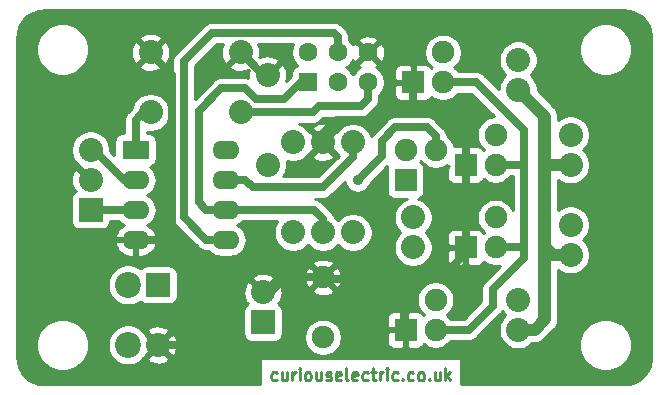
<source format=gtl>
G04 #@! TF.GenerationSoftware,KiCad,Pcbnew,(5.1.12)-1*
G04 #@! TF.CreationDate,2022-05-10T20:13:37+01:00*
G04 #@! TF.ProjectId,TV_B_Gone_ML_v1_3,54565f42-5f47-46f6-9e65-5f4d4c5f7631,rev?*
G04 #@! TF.SameCoordinates,Original*
G04 #@! TF.FileFunction,Copper,L1,Top*
G04 #@! TF.FilePolarity,Positive*
%FSLAX46Y46*%
G04 Gerber Fmt 4.6, Leading zero omitted, Abs format (unit mm)*
G04 Created by KiCad (PCBNEW (5.1.12)-1) date 2022-05-10 20:13:37*
%MOMM*%
%LPD*%
G01*
G04 APERTURE LIST*
G04 #@! TA.AperFunction,NonConductor*
%ADD10C,0.250000*%
G04 #@! TD*
G04 #@! TA.AperFunction,ComponentPad*
%ADD11C,2.032000*%
G04 #@! TD*
G04 #@! TA.AperFunction,ComponentPad*
%ADD12R,2.032000X2.032000*%
G04 #@! TD*
G04 #@! TA.AperFunction,ComponentPad*
%ADD13R,2.286000X1.574800*%
G04 #@! TD*
G04 #@! TA.AperFunction,ComponentPad*
%ADD14O,2.286000X1.574800*%
G04 #@! TD*
G04 #@! TA.AperFunction,ComponentPad*
%ADD15C,1.600200*%
G04 #@! TD*
G04 #@! TA.AperFunction,ComponentPad*
%ADD16R,1.600200X1.600200*%
G04 #@! TD*
G04 #@! TA.AperFunction,ComponentPad*
%ADD17C,1.905000*%
G04 #@! TD*
G04 #@! TA.AperFunction,ComponentPad*
%ADD18R,1.905000X1.905000*%
G04 #@! TD*
G04 #@! TA.AperFunction,ComponentPad*
%ADD19C,2.199640*%
G04 #@! TD*
G04 #@! TA.AperFunction,ViaPad*
%ADD20C,0.889000*%
G04 #@! TD*
G04 #@! TA.AperFunction,Conductor*
%ADD21C,0.635000*%
G04 #@! TD*
G04 #@! TA.AperFunction,Conductor*
%ADD22C,1.000000*%
G04 #@! TD*
G04 #@! TA.AperFunction,Conductor*
%ADD23C,0.254000*%
G04 #@! TD*
G04 #@! TA.AperFunction,Conductor*
%ADD24C,0.150000*%
G04 #@! TD*
G04 APERTURE END LIST*
D10*
X57674761Y-87399761D02*
X57579523Y-87447380D01*
X57389047Y-87447380D01*
X57293809Y-87399761D01*
X57246190Y-87352142D01*
X57198571Y-87256904D01*
X57198571Y-86971190D01*
X57246190Y-86875952D01*
X57293809Y-86828333D01*
X57389047Y-86780714D01*
X57579523Y-86780714D01*
X57674761Y-86828333D01*
X58531904Y-86780714D02*
X58531904Y-87447380D01*
X58103333Y-86780714D02*
X58103333Y-87304523D01*
X58150952Y-87399761D01*
X58246190Y-87447380D01*
X58389047Y-87447380D01*
X58484285Y-87399761D01*
X58531904Y-87352142D01*
X59008095Y-87447380D02*
X59008095Y-86780714D01*
X59008095Y-86971190D02*
X59055714Y-86875952D01*
X59103333Y-86828333D01*
X59198571Y-86780714D01*
X59293809Y-86780714D01*
X59627142Y-87447380D02*
X59627142Y-86780714D01*
X59627142Y-86447380D02*
X59579523Y-86495000D01*
X59627142Y-86542619D01*
X59674761Y-86495000D01*
X59627142Y-86447380D01*
X59627142Y-86542619D01*
X60246190Y-87447380D02*
X60150952Y-87399761D01*
X60103333Y-87352142D01*
X60055714Y-87256904D01*
X60055714Y-86971190D01*
X60103333Y-86875952D01*
X60150952Y-86828333D01*
X60246190Y-86780714D01*
X60389047Y-86780714D01*
X60484285Y-86828333D01*
X60531904Y-86875952D01*
X60579523Y-86971190D01*
X60579523Y-87256904D01*
X60531904Y-87352142D01*
X60484285Y-87399761D01*
X60389047Y-87447380D01*
X60246190Y-87447380D01*
X61436666Y-86780714D02*
X61436666Y-87447380D01*
X61008095Y-86780714D02*
X61008095Y-87304523D01*
X61055714Y-87399761D01*
X61150952Y-87447380D01*
X61293809Y-87447380D01*
X61389047Y-87399761D01*
X61436666Y-87352142D01*
X61865238Y-87399761D02*
X61960476Y-87447380D01*
X62150952Y-87447380D01*
X62246190Y-87399761D01*
X62293809Y-87304523D01*
X62293809Y-87256904D01*
X62246190Y-87161666D01*
X62150952Y-87114047D01*
X62008095Y-87114047D01*
X61912857Y-87066428D01*
X61865238Y-86971190D01*
X61865238Y-86923571D01*
X61912857Y-86828333D01*
X62008095Y-86780714D01*
X62150952Y-86780714D01*
X62246190Y-86828333D01*
X63103333Y-87399761D02*
X63008095Y-87447380D01*
X62817619Y-87447380D01*
X62722380Y-87399761D01*
X62674761Y-87304523D01*
X62674761Y-86923571D01*
X62722380Y-86828333D01*
X62817619Y-86780714D01*
X63008095Y-86780714D01*
X63103333Y-86828333D01*
X63150952Y-86923571D01*
X63150952Y-87018809D01*
X62674761Y-87114047D01*
X63722380Y-87447380D02*
X63627142Y-87399761D01*
X63579523Y-87304523D01*
X63579523Y-86447380D01*
X64484285Y-87399761D02*
X64389047Y-87447380D01*
X64198571Y-87447380D01*
X64103333Y-87399761D01*
X64055714Y-87304523D01*
X64055714Y-86923571D01*
X64103333Y-86828333D01*
X64198571Y-86780714D01*
X64389047Y-86780714D01*
X64484285Y-86828333D01*
X64531904Y-86923571D01*
X64531904Y-87018809D01*
X64055714Y-87114047D01*
X65389047Y-87399761D02*
X65293809Y-87447380D01*
X65103333Y-87447380D01*
X65008095Y-87399761D01*
X64960476Y-87352142D01*
X64912857Y-87256904D01*
X64912857Y-86971190D01*
X64960476Y-86875952D01*
X65008095Y-86828333D01*
X65103333Y-86780714D01*
X65293809Y-86780714D01*
X65389047Y-86828333D01*
X65674761Y-86780714D02*
X66055714Y-86780714D01*
X65817619Y-86447380D02*
X65817619Y-87304523D01*
X65865238Y-87399761D01*
X65960476Y-87447380D01*
X66055714Y-87447380D01*
X66389047Y-87447380D02*
X66389047Y-86780714D01*
X66389047Y-86971190D02*
X66436666Y-86875952D01*
X66484285Y-86828333D01*
X66579523Y-86780714D01*
X66674761Y-86780714D01*
X67008095Y-87447380D02*
X67008095Y-86780714D01*
X67008095Y-86447380D02*
X66960476Y-86495000D01*
X67008095Y-86542619D01*
X67055714Y-86495000D01*
X67008095Y-86447380D01*
X67008095Y-86542619D01*
X67912857Y-87399761D02*
X67817619Y-87447380D01*
X67627142Y-87447380D01*
X67531904Y-87399761D01*
X67484285Y-87352142D01*
X67436666Y-87256904D01*
X67436666Y-86971190D01*
X67484285Y-86875952D01*
X67531904Y-86828333D01*
X67627142Y-86780714D01*
X67817619Y-86780714D01*
X67912857Y-86828333D01*
X68341428Y-87352142D02*
X68389047Y-87399761D01*
X68341428Y-87447380D01*
X68293809Y-87399761D01*
X68341428Y-87352142D01*
X68341428Y-87447380D01*
X69246190Y-87399761D02*
X69150952Y-87447380D01*
X68960476Y-87447380D01*
X68865238Y-87399761D01*
X68817619Y-87352142D01*
X68770000Y-87256904D01*
X68770000Y-86971190D01*
X68817619Y-86875952D01*
X68865238Y-86828333D01*
X68960476Y-86780714D01*
X69150952Y-86780714D01*
X69246190Y-86828333D01*
X69817619Y-87447380D02*
X69722380Y-87399761D01*
X69674761Y-87352142D01*
X69627142Y-87256904D01*
X69627142Y-86971190D01*
X69674761Y-86875952D01*
X69722380Y-86828333D01*
X69817619Y-86780714D01*
X69960476Y-86780714D01*
X70055714Y-86828333D01*
X70103333Y-86875952D01*
X70150952Y-86971190D01*
X70150952Y-87256904D01*
X70103333Y-87352142D01*
X70055714Y-87399761D01*
X69960476Y-87447380D01*
X69817619Y-87447380D01*
X70579523Y-87352142D02*
X70627142Y-87399761D01*
X70579523Y-87447380D01*
X70531904Y-87399761D01*
X70579523Y-87352142D01*
X70579523Y-87447380D01*
X71484285Y-86780714D02*
X71484285Y-87447380D01*
X71055714Y-86780714D02*
X71055714Y-87304523D01*
X71103333Y-87399761D01*
X71198571Y-87447380D01*
X71341428Y-87447380D01*
X71436666Y-87399761D01*
X71484285Y-87352142D01*
X71960476Y-87447380D02*
X71960476Y-86447380D01*
X72055714Y-87066428D02*
X72341428Y-87447380D01*
X72341428Y-86780714D02*
X71960476Y-87161666D01*
D11*
X41910000Y-67945000D03*
X41910000Y-70485000D03*
D12*
X41910000Y-73025000D03*
D11*
X54610000Y-59690000D03*
X54610000Y-64770000D03*
X46990000Y-59690000D03*
X46990000Y-64770000D03*
X59055000Y-74930000D03*
X59055000Y-67310000D03*
X61595000Y-67310000D03*
X61595000Y-74930000D03*
X56896000Y-61595000D03*
X56896000Y-69215000D03*
X64135000Y-74930000D03*
X64135000Y-67310000D03*
D13*
X45720000Y-67945000D03*
D14*
X45720000Y-70485000D03*
X45720000Y-73025000D03*
X45720000Y-75565000D03*
X53340000Y-75565000D03*
X53340000Y-73025000D03*
X53340000Y-70485000D03*
X53340000Y-67945000D03*
D15*
X65405000Y-59690000D03*
X65405000Y-62230000D03*
X62865000Y-59690000D03*
X62865000Y-62230000D03*
X60325000Y-59690000D03*
D16*
X60325000Y-62230000D03*
D17*
X71755000Y-59690000D03*
X71755000Y-62230000D03*
D18*
X69215000Y-62230000D03*
D17*
X76200000Y-66675000D03*
X76200000Y-69215000D03*
D18*
X73660000Y-69215000D03*
D17*
X76200000Y-73660000D03*
X76200000Y-76200000D03*
D18*
X73660000Y-76200000D03*
D17*
X71120000Y-80645000D03*
X71120000Y-83185000D03*
D18*
X68580000Y-83185000D03*
X68580000Y-70485000D03*
D17*
X71120000Y-67945000D03*
X68580000Y-67945000D03*
D11*
X69215000Y-73660000D03*
X69215000Y-76200000D03*
X78105000Y-80645000D03*
X78105000Y-83185000D03*
X82550000Y-74295000D03*
X82550000Y-76835000D03*
X82550000Y-66675000D03*
X82550000Y-69215000D03*
X78105000Y-60325000D03*
X78105000Y-62865000D03*
D12*
X56515000Y-82550000D03*
D11*
X56515000Y-80010000D03*
D17*
X61595000Y-78740000D03*
X61595000Y-83820000D03*
D12*
X47625000Y-79375000D03*
D11*
X47625000Y-84455000D03*
D19*
X45085000Y-79375000D03*
X45085000Y-84455000D03*
D20*
X64516000Y-70485000D03*
D21*
X46990000Y-59690000D02*
X46990000Y-59817000D01*
X46990000Y-59817000D02*
X48768000Y-61595000D01*
X48768000Y-61595000D02*
X48768000Y-63119000D01*
X48768000Y-63119000D02*
X48768000Y-73787000D01*
X56896000Y-61595000D02*
X56515000Y-61595000D01*
X56515000Y-61595000D02*
X54610000Y-59690000D01*
X69215000Y-62230000D02*
X69215000Y-64262000D01*
X61595000Y-67310000D02*
X61595000Y-66548000D01*
X61595000Y-66548000D02*
X62738000Y-65405000D01*
X62738000Y-65405000D02*
X66675000Y-65405000D01*
X67818000Y-64262000D02*
X69215000Y-64262000D01*
X66675000Y-65405000D02*
X67818000Y-64262000D01*
X69215000Y-64262000D02*
X72517000Y-64262000D01*
X73660000Y-67056000D02*
X73660000Y-69215000D01*
X73660000Y-65405000D02*
X73660000Y-67056000D01*
X72517000Y-64262000D02*
X73660000Y-65405000D01*
X61595000Y-66548000D02*
X62738000Y-65405000D01*
X68453000Y-78867000D02*
X68453000Y-83058000D01*
X68453000Y-83058000D02*
X68580000Y-83185000D01*
X56515000Y-80010000D02*
X57150000Y-80010000D01*
X57150000Y-80010000D02*
X58420000Y-78740000D01*
X58420000Y-78740000D02*
X59309000Y-78740000D01*
X59309000Y-78740000D02*
X61595000Y-78740000D01*
X73660000Y-76200000D02*
X73660000Y-76708000D01*
X73660000Y-76708000D02*
X71501000Y-78867000D01*
X71501000Y-78867000D02*
X68453000Y-78867000D01*
X68453000Y-78867000D02*
X61722000Y-78867000D01*
X61722000Y-78867000D02*
X61595000Y-78740000D01*
X73660000Y-76200000D02*
X73533000Y-76200000D01*
X73660000Y-69215000D02*
X73660000Y-76200000D01*
X69215000Y-62230000D02*
X69215000Y-62611000D01*
X48641000Y-75565000D02*
X48768000Y-75438000D01*
X45720000Y-75565000D02*
X48641000Y-75565000D01*
X48768000Y-73787000D02*
X48768000Y-75438000D01*
X58166000Y-78740000D02*
X59309000Y-78740000D01*
X57023000Y-77597000D02*
X58166000Y-78740000D01*
X45720000Y-75565000D02*
X48895000Y-75565000D01*
X50927000Y-77597000D02*
X52197000Y-77597000D01*
X48895000Y-75565000D02*
X50927000Y-77597000D01*
X52197000Y-77597000D02*
X57023000Y-77597000D01*
X50927000Y-83185000D02*
X50927000Y-77597000D01*
X49657000Y-84455000D02*
X50927000Y-83185000D01*
X47625000Y-84455000D02*
X49657000Y-84455000D01*
X78105000Y-62865000D02*
X80137000Y-64897000D01*
X80264000Y-76835000D02*
X82550000Y-76835000D01*
X80137000Y-76708000D02*
X80264000Y-76835000D01*
X82550000Y-69215000D02*
X80137000Y-69215000D01*
X80137000Y-69215000D02*
X80137000Y-76708000D01*
X80137000Y-64897000D02*
X80137000Y-69215000D01*
X80137000Y-82550000D02*
X80137000Y-76708000D01*
X79502000Y-83185000D02*
X80137000Y-82550000D01*
D22*
X78105000Y-62865000D02*
X80391000Y-65151000D01*
X80391000Y-82296000D02*
X79502000Y-83185000D01*
X78105000Y-83185000D02*
X79502000Y-83185000D01*
X81026000Y-76835000D02*
X80391000Y-76200000D01*
X82550000Y-76835000D02*
X81026000Y-76835000D01*
X80391000Y-76200000D02*
X80391000Y-82296000D01*
X80518000Y-69215000D02*
X80391000Y-69342000D01*
X82550000Y-69215000D02*
X80518000Y-69215000D01*
X80391000Y-69342000D02*
X80391000Y-76200000D01*
X80391000Y-65151000D02*
X80391000Y-69342000D01*
D21*
X53975000Y-64770000D02*
X60706000Y-64770000D01*
X65405000Y-63627000D02*
X65405000Y-62230000D01*
X64770000Y-64262000D02*
X65405000Y-63627000D01*
X61214000Y-64262000D02*
X64770000Y-64262000D01*
X60706000Y-64770000D02*
X61214000Y-64262000D01*
X45720000Y-67945000D02*
X45720000Y-65405000D01*
X45720000Y-65405000D02*
X46355000Y-64770000D01*
X41910000Y-67945000D02*
X42164000Y-67945000D01*
X42164000Y-67945000D02*
X44704000Y-70485000D01*
X44704000Y-70485000D02*
X45720000Y-70485000D01*
X41910000Y-73025000D02*
X45720000Y-73025000D01*
X53340000Y-75565000D02*
X51689000Y-75565000D01*
X49784000Y-60452000D02*
X52197000Y-58039000D01*
X49784000Y-73660000D02*
X49784000Y-60452000D01*
X51689000Y-75565000D02*
X49784000Y-73660000D01*
X53340000Y-75565000D02*
X52451000Y-75565000D01*
X62865000Y-58420000D02*
X62865000Y-59690000D01*
X52197000Y-58039000D02*
X62484000Y-58039000D01*
X62484000Y-58039000D02*
X62865000Y-58420000D01*
X60325000Y-62230000D02*
X59690000Y-62230000D01*
X59690000Y-62230000D02*
X58293000Y-63627000D01*
X58293000Y-63627000D02*
X55880000Y-63627000D01*
X55880000Y-63627000D02*
X54991000Y-62738000D01*
X54991000Y-62738000D02*
X52959000Y-62738000D01*
X52959000Y-62738000D02*
X51054000Y-64643000D01*
X51054000Y-64643000D02*
X51054000Y-72390000D01*
X51054000Y-72390000D02*
X51689000Y-73025000D01*
X51689000Y-73025000D02*
X53340000Y-73025000D01*
X53340000Y-73025000D02*
X60833000Y-73025000D01*
X61595000Y-73787000D02*
X61595000Y-74930000D01*
X60833000Y-73025000D02*
X61595000Y-73787000D01*
X53340000Y-70485000D02*
X54991000Y-70485000D01*
X54991000Y-70485000D02*
X55626000Y-71120000D01*
X64135000Y-67310000D02*
X64135000Y-68580000D01*
X64135000Y-68580000D02*
X61595000Y-71120000D01*
X61595000Y-71120000D02*
X55626000Y-71120000D01*
X76200000Y-76200000D02*
X78613000Y-76200000D01*
X78613000Y-76200000D02*
X78613000Y-76073000D01*
X76200000Y-69215000D02*
X78613000Y-69215000D01*
X78613000Y-69215000D02*
X78486000Y-69215000D01*
X78486000Y-69215000D02*
X78613000Y-69215000D01*
X71120000Y-83185000D02*
X73914000Y-83185000D01*
X74549000Y-62230000D02*
X71755000Y-62230000D01*
X78613000Y-66294000D02*
X74549000Y-62230000D01*
X78613000Y-77089000D02*
X78613000Y-76073000D01*
X78613000Y-76073000D02*
X78613000Y-69215000D01*
X78613000Y-69215000D02*
X78613000Y-66294000D01*
X75946000Y-79756000D02*
X78613000Y-77089000D01*
X75946000Y-81153000D02*
X75946000Y-79756000D01*
X73914000Y-83185000D02*
X75946000Y-81153000D01*
X71120000Y-67945000D02*
X71120000Y-66802000D01*
X66548000Y-68453000D02*
X64516000Y-70485000D01*
X66548000Y-67183000D02*
X66548000Y-68453000D01*
X67691000Y-66040000D02*
X66548000Y-67183000D01*
X70358000Y-66040000D02*
X67691000Y-66040000D01*
X71120000Y-66802000D02*
X70358000Y-66040000D01*
D23*
X87374425Y-56152304D02*
X87593910Y-56185612D01*
X87804941Y-56239588D01*
X88006962Y-56313293D01*
X88199207Y-56405646D01*
X88380505Y-56515522D01*
X88549842Y-56642028D01*
X88706073Y-56783925D01*
X88847965Y-56940151D01*
X88974480Y-57109498D01*
X89084353Y-57290792D01*
X89176704Y-57483032D01*
X89250407Y-57685050D01*
X89304387Y-57896096D01*
X89337694Y-58115572D01*
X89350000Y-58360115D01*
X89350001Y-85549861D01*
X89337694Y-85794424D01*
X89304387Y-86013900D01*
X89250407Y-86224946D01*
X89176704Y-86426964D01*
X89084353Y-86619204D01*
X88974480Y-86800498D01*
X88847965Y-86969845D01*
X88706073Y-87126071D01*
X88549842Y-87267968D01*
X88380505Y-87394474D01*
X88199111Y-87504408D01*
X88006968Y-87596789D01*
X87805054Y-87670379D01*
X87593910Y-87724384D01*
X87374425Y-87757692D01*
X87129884Y-87769998D01*
X73291905Y-87769998D01*
X73291905Y-85577500D01*
X56248095Y-85577500D01*
X56248095Y-87769998D01*
X37940117Y-87769998D01*
X37695574Y-87757692D01*
X37476098Y-87724385D01*
X37264944Y-87670378D01*
X37063030Y-87596786D01*
X36870827Y-87504394D01*
X36689475Y-87394482D01*
X36520142Y-87267977D01*
X36363898Y-87126055D01*
X36221991Y-86969847D01*
X36095519Y-86800506D01*
X35985573Y-86619154D01*
X35893266Y-86427024D01*
X35819600Y-86224962D01*
X35765561Y-86013831D01*
X35732262Y-85794460D01*
X35719990Y-85549931D01*
X35719990Y-84234872D01*
X37299997Y-84234872D01*
X37299997Y-84675128D01*
X37385887Y-85106925D01*
X37554366Y-85513669D01*
X37798959Y-85879729D01*
X38110268Y-86191038D01*
X38476328Y-86435631D01*
X38883072Y-86604110D01*
X39314869Y-86690000D01*
X39755125Y-86690000D01*
X40186922Y-86604110D01*
X40593666Y-86435631D01*
X40959726Y-86191038D01*
X41271035Y-85879729D01*
X41515628Y-85513669D01*
X41684107Y-85106925D01*
X41769997Y-84675128D01*
X41769997Y-84284135D01*
X43350180Y-84284135D01*
X43350180Y-84625865D01*
X43416848Y-84961028D01*
X43547623Y-85276745D01*
X43737477Y-85560883D01*
X43979117Y-85802523D01*
X44263255Y-85992377D01*
X44578972Y-86123152D01*
X44914135Y-86189820D01*
X45255865Y-86189820D01*
X45591028Y-86123152D01*
X45906745Y-85992377D01*
X46190883Y-85802523D01*
X46391583Y-85601823D01*
X46657782Y-85601823D01*
X46755478Y-85867860D01*
X47047821Y-86010348D01*
X47362344Y-86093064D01*
X47686962Y-86112831D01*
X48009198Y-86068888D01*
X48316670Y-85962924D01*
X48494522Y-85867860D01*
X48592218Y-85601823D01*
X47625000Y-84634605D01*
X46657782Y-85601823D01*
X46391583Y-85601823D01*
X46432523Y-85560883D01*
X46619814Y-85280581D01*
X47445395Y-84455000D01*
X47804605Y-84455000D01*
X48771823Y-85422218D01*
X49037860Y-85324522D01*
X49180348Y-85032179D01*
X49263064Y-84717656D01*
X49282831Y-84393038D01*
X49238888Y-84070802D01*
X49132924Y-83763330D01*
X49037860Y-83585478D01*
X48771823Y-83487782D01*
X47804605Y-84455000D01*
X47445395Y-84455000D01*
X46619814Y-83629419D01*
X46432523Y-83349117D01*
X46391583Y-83308177D01*
X46657782Y-83308177D01*
X47625000Y-84275395D01*
X48592218Y-83308177D01*
X48494522Y-83042140D01*
X48202179Y-82899652D01*
X47887656Y-82816936D01*
X47563038Y-82797169D01*
X47240802Y-82841112D01*
X46933330Y-82947076D01*
X46755478Y-83042140D01*
X46657782Y-83308177D01*
X46391583Y-83308177D01*
X46190883Y-83107477D01*
X45906745Y-82917623D01*
X45591028Y-82786848D01*
X45255865Y-82720180D01*
X44914135Y-82720180D01*
X44578972Y-82786848D01*
X44263255Y-82917623D01*
X43979117Y-83107477D01*
X43737477Y-83349117D01*
X43547623Y-83633255D01*
X43416848Y-83948972D01*
X43350180Y-84284135D01*
X41769997Y-84284135D01*
X41769997Y-84234872D01*
X41684107Y-83803075D01*
X41515628Y-83396331D01*
X41271035Y-83030271D01*
X40959726Y-82718962D01*
X40593666Y-82474369D01*
X40186922Y-82305890D01*
X39755125Y-82220000D01*
X39314869Y-82220000D01*
X38883072Y-82305890D01*
X38476328Y-82474369D01*
X38110268Y-82718962D01*
X37798959Y-83030271D01*
X37554366Y-83396331D01*
X37385887Y-83803075D01*
X37299997Y-84234872D01*
X35719990Y-84234872D01*
X35719990Y-79204135D01*
X43350180Y-79204135D01*
X43350180Y-79545865D01*
X43416848Y-79881028D01*
X43547623Y-80196745D01*
X43737477Y-80480883D01*
X43979117Y-80722523D01*
X44263255Y-80912377D01*
X44578972Y-81043152D01*
X44914135Y-81109820D01*
X45255865Y-81109820D01*
X45591028Y-81043152D01*
X45906745Y-80912377D01*
X46106102Y-80779172D01*
X46157815Y-80842185D01*
X46254506Y-80921537D01*
X46364820Y-80980502D01*
X46484518Y-81016812D01*
X46609000Y-81029072D01*
X48641000Y-81029072D01*
X48765482Y-81016812D01*
X48885180Y-80980502D01*
X48995494Y-80921537D01*
X49092185Y-80842185D01*
X49171537Y-80745494D01*
X49230502Y-80635180D01*
X49266812Y-80515482D01*
X49279072Y-80391000D01*
X49279072Y-80071962D01*
X54857169Y-80071962D01*
X54901112Y-80394198D01*
X55007076Y-80701670D01*
X55102140Y-80879522D01*
X55268104Y-80940468D01*
X55254820Y-80944498D01*
X55144506Y-81003463D01*
X55047815Y-81082815D01*
X54968463Y-81179506D01*
X54909498Y-81289820D01*
X54873188Y-81409518D01*
X54860928Y-81534000D01*
X54860928Y-83566000D01*
X54873188Y-83690482D01*
X54909498Y-83810180D01*
X54968463Y-83920494D01*
X55047815Y-84017185D01*
X55144506Y-84096537D01*
X55254820Y-84155502D01*
X55374518Y-84191812D01*
X55499000Y-84204072D01*
X57531000Y-84204072D01*
X57655482Y-84191812D01*
X57775180Y-84155502D01*
X57885494Y-84096537D01*
X57982185Y-84017185D01*
X58061537Y-83920494D01*
X58120502Y-83810180D01*
X58156812Y-83690482D01*
X58159455Y-83663645D01*
X60007500Y-83663645D01*
X60007500Y-83976355D01*
X60068507Y-84283057D01*
X60188176Y-84571963D01*
X60361908Y-84831972D01*
X60583028Y-85053092D01*
X60843037Y-85226824D01*
X61131943Y-85346493D01*
X61438645Y-85407500D01*
X61751355Y-85407500D01*
X62058057Y-85346493D01*
X62346963Y-85226824D01*
X62606972Y-85053092D01*
X62828092Y-84831972D01*
X63001824Y-84571963D01*
X63121493Y-84283057D01*
X63150446Y-84137500D01*
X66989428Y-84137500D01*
X67001688Y-84261982D01*
X67037998Y-84381680D01*
X67096963Y-84491994D01*
X67176315Y-84588685D01*
X67273006Y-84668037D01*
X67383320Y-84727002D01*
X67503018Y-84763312D01*
X67627500Y-84775572D01*
X68294250Y-84772500D01*
X68453000Y-84613750D01*
X68453000Y-83312000D01*
X67151250Y-83312000D01*
X66992500Y-83470750D01*
X66989428Y-84137500D01*
X63150446Y-84137500D01*
X63182500Y-83976355D01*
X63182500Y-83663645D01*
X63121493Y-83356943D01*
X63001824Y-83068037D01*
X62828092Y-82808028D01*
X62606972Y-82586908D01*
X62346963Y-82413176D01*
X62058057Y-82293507D01*
X61751355Y-82232500D01*
X66989428Y-82232500D01*
X66992500Y-82899250D01*
X67151250Y-83058000D01*
X68453000Y-83058000D01*
X68453000Y-81756250D01*
X68707000Y-81756250D01*
X68707000Y-83058000D01*
X68727000Y-83058000D01*
X68727000Y-83312000D01*
X68707000Y-83312000D01*
X68707000Y-84613750D01*
X68865750Y-84772500D01*
X69532500Y-84775572D01*
X69656982Y-84763312D01*
X69776680Y-84727002D01*
X69886994Y-84668037D01*
X69983685Y-84588685D01*
X70063037Y-84491994D01*
X70104451Y-84414515D01*
X70108028Y-84418092D01*
X70368037Y-84591824D01*
X70656943Y-84711493D01*
X70963645Y-84772500D01*
X71276355Y-84772500D01*
X71583057Y-84711493D01*
X71871963Y-84591824D01*
X72131972Y-84418092D01*
X72353092Y-84196972D01*
X72392830Y-84137500D01*
X73867215Y-84137500D01*
X73914000Y-84142108D01*
X73960785Y-84137500D01*
X74100723Y-84123717D01*
X74280269Y-84069252D01*
X74445741Y-83980806D01*
X74590778Y-83861778D01*
X74620607Y-83825431D01*
X76586436Y-81859603D01*
X76622778Y-81829778D01*
X76741806Y-81684741D01*
X76773932Y-81624637D01*
X76822585Y-81697451D01*
X77040134Y-81915000D01*
X76822585Y-82132549D01*
X76641903Y-82402958D01*
X76517447Y-82703421D01*
X76454000Y-83022391D01*
X76454000Y-83347609D01*
X76517447Y-83666579D01*
X76641903Y-83967042D01*
X76822585Y-84237451D01*
X77052549Y-84467415D01*
X77322958Y-84648097D01*
X77623421Y-84772553D01*
X77942391Y-84836000D01*
X78267609Y-84836000D01*
X78586579Y-84772553D01*
X78887042Y-84648097D01*
X79157451Y-84467415D01*
X79304866Y-84320000D01*
X79446249Y-84320000D01*
X79502000Y-84325491D01*
X79557751Y-84320000D01*
X79557752Y-84320000D01*
X79724499Y-84303577D01*
X79938447Y-84238676D01*
X79945563Y-84234872D01*
X83299997Y-84234872D01*
X83299997Y-84675128D01*
X83385887Y-85106925D01*
X83554366Y-85513669D01*
X83798959Y-85879729D01*
X84110268Y-86191038D01*
X84476328Y-86435631D01*
X84883072Y-86604110D01*
X85314869Y-86690000D01*
X85755125Y-86690000D01*
X86186922Y-86604110D01*
X86593666Y-86435631D01*
X86959726Y-86191038D01*
X87271035Y-85879729D01*
X87515628Y-85513669D01*
X87684107Y-85106925D01*
X87769997Y-84675128D01*
X87769997Y-84234872D01*
X87684107Y-83803075D01*
X87515628Y-83396331D01*
X87271035Y-83030271D01*
X86959726Y-82718962D01*
X86593666Y-82474369D01*
X86186922Y-82305890D01*
X85755125Y-82220000D01*
X85314869Y-82220000D01*
X84883072Y-82305890D01*
X84476328Y-82474369D01*
X84110268Y-82718962D01*
X83798959Y-83030271D01*
X83554366Y-83396331D01*
X83385887Y-83803075D01*
X83299997Y-84234872D01*
X79945563Y-84234872D01*
X80135623Y-84133284D01*
X80308449Y-83991449D01*
X80343995Y-83948136D01*
X81154140Y-83137992D01*
X81197449Y-83102449D01*
X81339284Y-82929623D01*
X81444676Y-82732447D01*
X81509577Y-82518499D01*
X81526000Y-82351752D01*
X81531491Y-82296000D01*
X81526000Y-82240248D01*
X81526000Y-78136425D01*
X81767958Y-78298097D01*
X82068421Y-78422553D01*
X82387391Y-78486000D01*
X82712609Y-78486000D01*
X83031579Y-78422553D01*
X83332042Y-78298097D01*
X83602451Y-78117415D01*
X83832415Y-77887451D01*
X84013097Y-77617042D01*
X84137553Y-77316579D01*
X84201000Y-76997609D01*
X84201000Y-76672391D01*
X84137553Y-76353421D01*
X84013097Y-76052958D01*
X83832415Y-75782549D01*
X83614866Y-75565000D01*
X83832415Y-75347451D01*
X84013097Y-75077042D01*
X84137553Y-74776579D01*
X84201000Y-74457609D01*
X84201000Y-74132391D01*
X84137553Y-73813421D01*
X84013097Y-73512958D01*
X83832415Y-73242549D01*
X83602451Y-73012585D01*
X83332042Y-72831903D01*
X83031579Y-72707447D01*
X82712609Y-72644000D01*
X82387391Y-72644000D01*
X82068421Y-72707447D01*
X81767958Y-72831903D01*
X81526000Y-72993575D01*
X81526000Y-70516425D01*
X81767958Y-70678097D01*
X82068421Y-70802553D01*
X82387391Y-70866000D01*
X82712609Y-70866000D01*
X83031579Y-70802553D01*
X83332042Y-70678097D01*
X83602451Y-70497415D01*
X83832415Y-70267451D01*
X84013097Y-69997042D01*
X84137553Y-69696579D01*
X84201000Y-69377609D01*
X84201000Y-69052391D01*
X84137553Y-68733421D01*
X84013097Y-68432958D01*
X83832415Y-68162549D01*
X83614866Y-67945000D01*
X83832415Y-67727451D01*
X84013097Y-67457042D01*
X84137553Y-67156579D01*
X84201000Y-66837609D01*
X84201000Y-66512391D01*
X84137553Y-66193421D01*
X84013097Y-65892958D01*
X83832415Y-65622549D01*
X83602451Y-65392585D01*
X83332042Y-65211903D01*
X83031579Y-65087447D01*
X82712609Y-65024000D01*
X82387391Y-65024000D01*
X82068421Y-65087447D01*
X81767958Y-65211903D01*
X81526000Y-65373575D01*
X81526000Y-65206743D01*
X81531490Y-65150999D01*
X81526000Y-65095255D01*
X81526000Y-65095248D01*
X81509577Y-64928501D01*
X81444676Y-64714553D01*
X81339284Y-64517377D01*
X81197449Y-64344551D01*
X81154141Y-64309009D01*
X79756000Y-62910869D01*
X79756000Y-62702391D01*
X79692553Y-62383421D01*
X79568097Y-62082958D01*
X79387415Y-61812549D01*
X79169866Y-61595000D01*
X79387415Y-61377451D01*
X79568097Y-61107042D01*
X79692553Y-60806579D01*
X79756000Y-60487609D01*
X79756000Y-60162391D01*
X79692553Y-59843421D01*
X79568097Y-59542958D01*
X79387415Y-59272549D01*
X79349738Y-59234872D01*
X83299997Y-59234872D01*
X83299997Y-59675128D01*
X83385887Y-60106925D01*
X83554366Y-60513669D01*
X83798959Y-60879729D01*
X84110268Y-61191038D01*
X84476328Y-61435631D01*
X84883072Y-61604110D01*
X85314869Y-61690000D01*
X85755125Y-61690000D01*
X86186922Y-61604110D01*
X86593666Y-61435631D01*
X86959726Y-61191038D01*
X87271035Y-60879729D01*
X87515628Y-60513669D01*
X87684107Y-60106925D01*
X87769997Y-59675128D01*
X87769997Y-59234872D01*
X87684107Y-58803075D01*
X87515628Y-58396331D01*
X87271035Y-58030271D01*
X86959726Y-57718962D01*
X86593666Y-57474369D01*
X86186922Y-57305890D01*
X85755125Y-57220000D01*
X85314869Y-57220000D01*
X84883072Y-57305890D01*
X84476328Y-57474369D01*
X84110268Y-57718962D01*
X83798959Y-58030271D01*
X83554366Y-58396331D01*
X83385887Y-58803075D01*
X83299997Y-59234872D01*
X79349738Y-59234872D01*
X79157451Y-59042585D01*
X78887042Y-58861903D01*
X78586579Y-58737447D01*
X78267609Y-58674000D01*
X77942391Y-58674000D01*
X77623421Y-58737447D01*
X77322958Y-58861903D01*
X77052549Y-59042585D01*
X76822585Y-59272549D01*
X76641903Y-59542958D01*
X76517447Y-59843421D01*
X76454000Y-60162391D01*
X76454000Y-60487609D01*
X76517447Y-60806579D01*
X76641903Y-61107042D01*
X76822585Y-61377451D01*
X77040134Y-61595000D01*
X76822585Y-61812549D01*
X76641903Y-62082958D01*
X76517447Y-62383421D01*
X76454000Y-62702391D01*
X76454000Y-62787962D01*
X75255607Y-61589569D01*
X75225778Y-61553222D01*
X75080741Y-61434194D01*
X74915269Y-61345748D01*
X74735723Y-61291283D01*
X74595785Y-61277500D01*
X74549000Y-61272892D01*
X74502215Y-61277500D01*
X73027830Y-61277500D01*
X72988092Y-61218028D01*
X72766972Y-60996908D01*
X72711735Y-60960000D01*
X72766972Y-60923092D01*
X72988092Y-60701972D01*
X73161824Y-60441963D01*
X73281493Y-60153057D01*
X73342500Y-59846355D01*
X73342500Y-59533645D01*
X73281493Y-59226943D01*
X73161824Y-58938037D01*
X72988092Y-58678028D01*
X72766972Y-58456908D01*
X72506963Y-58283176D01*
X72218057Y-58163507D01*
X71911355Y-58102500D01*
X71598645Y-58102500D01*
X71291943Y-58163507D01*
X71003037Y-58283176D01*
X70743028Y-58456908D01*
X70521908Y-58678028D01*
X70348176Y-58938037D01*
X70228507Y-59226943D01*
X70167500Y-59533645D01*
X70167500Y-59846355D01*
X70228507Y-60153057D01*
X70348176Y-60441963D01*
X70521908Y-60701972D01*
X70743028Y-60923092D01*
X70798265Y-60960000D01*
X70743028Y-60996908D01*
X70739451Y-61000485D01*
X70698037Y-60923006D01*
X70618685Y-60826315D01*
X70521994Y-60746963D01*
X70411680Y-60687998D01*
X70291982Y-60651688D01*
X70167500Y-60639428D01*
X69500750Y-60642500D01*
X69342000Y-60801250D01*
X69342000Y-62103000D01*
X69362000Y-62103000D01*
X69362000Y-62357000D01*
X69342000Y-62357000D01*
X69342000Y-63658750D01*
X69500750Y-63817500D01*
X70167500Y-63820572D01*
X70291982Y-63808312D01*
X70411680Y-63772002D01*
X70521994Y-63713037D01*
X70618685Y-63633685D01*
X70698037Y-63536994D01*
X70739451Y-63459515D01*
X70743028Y-63463092D01*
X71003037Y-63636824D01*
X71291943Y-63756493D01*
X71598645Y-63817500D01*
X71911355Y-63817500D01*
X72218057Y-63756493D01*
X72506963Y-63636824D01*
X72766972Y-63463092D01*
X72988092Y-63241972D01*
X73027830Y-63182500D01*
X74154462Y-63182500D01*
X76059461Y-65087500D01*
X76043645Y-65087500D01*
X75736943Y-65148507D01*
X75448037Y-65268176D01*
X75188028Y-65441908D01*
X74966908Y-65663028D01*
X74793176Y-65923037D01*
X74673507Y-66211943D01*
X74612500Y-66518645D01*
X74612500Y-66831355D01*
X74673507Y-67138057D01*
X74793176Y-67426963D01*
X74966908Y-67686972D01*
X75188028Y-67908092D01*
X75243265Y-67945000D01*
X75188028Y-67981908D01*
X75184451Y-67985485D01*
X75143037Y-67908006D01*
X75063685Y-67811315D01*
X74966994Y-67731963D01*
X74856680Y-67672998D01*
X74736982Y-67636688D01*
X74612500Y-67624428D01*
X73945750Y-67627500D01*
X73787000Y-67786250D01*
X73787000Y-69088000D01*
X73807000Y-69088000D01*
X73807000Y-69342000D01*
X73787000Y-69342000D01*
X73787000Y-70643750D01*
X73945750Y-70802500D01*
X74612500Y-70805572D01*
X74736982Y-70793312D01*
X74856680Y-70757002D01*
X74966994Y-70698037D01*
X75063685Y-70618685D01*
X75143037Y-70521994D01*
X75184451Y-70444515D01*
X75188028Y-70448092D01*
X75448037Y-70621824D01*
X75736943Y-70741493D01*
X76043645Y-70802500D01*
X76356355Y-70802500D01*
X76663057Y-70741493D01*
X76951963Y-70621824D01*
X77211972Y-70448092D01*
X77433092Y-70226972D01*
X77472830Y-70167500D01*
X77660501Y-70167500D01*
X77660500Y-73037623D01*
X77606824Y-72908037D01*
X77433092Y-72648028D01*
X77211972Y-72426908D01*
X76951963Y-72253176D01*
X76663057Y-72133507D01*
X76356355Y-72072500D01*
X76043645Y-72072500D01*
X75736943Y-72133507D01*
X75448037Y-72253176D01*
X75188028Y-72426908D01*
X74966908Y-72648028D01*
X74793176Y-72908037D01*
X74673507Y-73196943D01*
X74612500Y-73503645D01*
X74612500Y-73816355D01*
X74673507Y-74123057D01*
X74793176Y-74411963D01*
X74966908Y-74671972D01*
X75188028Y-74893092D01*
X75243265Y-74930000D01*
X75188028Y-74966908D01*
X75184451Y-74970485D01*
X75143037Y-74893006D01*
X75063685Y-74796315D01*
X74966994Y-74716963D01*
X74856680Y-74657998D01*
X74736982Y-74621688D01*
X74612500Y-74609428D01*
X73945750Y-74612500D01*
X73787000Y-74771250D01*
X73787000Y-76073000D01*
X73807000Y-76073000D01*
X73807000Y-76327000D01*
X73787000Y-76327000D01*
X73787000Y-77628750D01*
X73945750Y-77787500D01*
X74612500Y-77790572D01*
X74736982Y-77778312D01*
X74856680Y-77742002D01*
X74966994Y-77683037D01*
X75063685Y-77603685D01*
X75143037Y-77506994D01*
X75184451Y-77429515D01*
X75188028Y-77433092D01*
X75448037Y-77606824D01*
X75736943Y-77726493D01*
X76043645Y-77787500D01*
X76356355Y-77787500D01*
X76619881Y-77735081D01*
X75305565Y-79049397D01*
X75269223Y-79079222D01*
X75239399Y-79115563D01*
X75150194Y-79224260D01*
X75061749Y-79389731D01*
X75007283Y-79569278D01*
X74988892Y-79756000D01*
X74993501Y-79802794D01*
X74993500Y-80758461D01*
X73519462Y-82232500D01*
X72392830Y-82232500D01*
X72353092Y-82173028D01*
X72131972Y-81951908D01*
X72076735Y-81915000D01*
X72131972Y-81878092D01*
X72353092Y-81656972D01*
X72526824Y-81396963D01*
X72646493Y-81108057D01*
X72707500Y-80801355D01*
X72707500Y-80488645D01*
X72646493Y-80181943D01*
X72526824Y-79893037D01*
X72353092Y-79633028D01*
X72131972Y-79411908D01*
X71871963Y-79238176D01*
X71583057Y-79118507D01*
X71276355Y-79057500D01*
X70963645Y-79057500D01*
X70656943Y-79118507D01*
X70368037Y-79238176D01*
X70108028Y-79411908D01*
X69886908Y-79633028D01*
X69713176Y-79893037D01*
X69593507Y-80181943D01*
X69532500Y-80488645D01*
X69532500Y-80801355D01*
X69593507Y-81108057D01*
X69713176Y-81396963D01*
X69886908Y-81656972D01*
X70108028Y-81878092D01*
X70163265Y-81915000D01*
X70108028Y-81951908D01*
X70104451Y-81955485D01*
X70063037Y-81878006D01*
X69983685Y-81781315D01*
X69886994Y-81701963D01*
X69776680Y-81642998D01*
X69656982Y-81606688D01*
X69532500Y-81594428D01*
X68865750Y-81597500D01*
X68707000Y-81756250D01*
X68453000Y-81756250D01*
X68294250Y-81597500D01*
X67627500Y-81594428D01*
X67503018Y-81606688D01*
X67383320Y-81642998D01*
X67273006Y-81701963D01*
X67176315Y-81781315D01*
X67096963Y-81878006D01*
X67037998Y-81988320D01*
X67001688Y-82108018D01*
X66989428Y-82232500D01*
X61751355Y-82232500D01*
X61438645Y-82232500D01*
X61131943Y-82293507D01*
X60843037Y-82413176D01*
X60583028Y-82586908D01*
X60361908Y-82808028D01*
X60188176Y-83068037D01*
X60068507Y-83356943D01*
X60007500Y-83663645D01*
X58159455Y-83663645D01*
X58169072Y-83566000D01*
X58169072Y-81534000D01*
X58156812Y-81409518D01*
X58120502Y-81289820D01*
X58061537Y-81179506D01*
X57982185Y-81082815D01*
X57885494Y-81003463D01*
X57775180Y-80944498D01*
X57761896Y-80940468D01*
X57927860Y-80879522D01*
X58070348Y-80587179D01*
X58153064Y-80272656D01*
X58172831Y-79948038D01*
X58158308Y-79841535D01*
X60673070Y-79841535D01*
X60763098Y-80101081D01*
X61044616Y-80237224D01*
X61347286Y-80315829D01*
X61659474Y-80333877D01*
X61969185Y-80290672D01*
X62264516Y-80187877D01*
X62426902Y-80101081D01*
X62516930Y-79841535D01*
X61595000Y-78919605D01*
X60673070Y-79841535D01*
X58158308Y-79841535D01*
X58128888Y-79625802D01*
X58022924Y-79318330D01*
X57927860Y-79140478D01*
X57661823Y-79042782D01*
X56694605Y-80010000D01*
X56708748Y-80024143D01*
X56529143Y-80203748D01*
X56515000Y-80189605D01*
X56500858Y-80203748D01*
X56321253Y-80024143D01*
X56335395Y-80010000D01*
X55368177Y-79042782D01*
X55102140Y-79140478D01*
X54959652Y-79432821D01*
X54876936Y-79747344D01*
X54857169Y-80071962D01*
X49279072Y-80071962D01*
X49279072Y-78863177D01*
X55547782Y-78863177D01*
X56515000Y-79830395D01*
X57482218Y-78863177D01*
X57460661Y-78804474D01*
X60001123Y-78804474D01*
X60044328Y-79114185D01*
X60147123Y-79409516D01*
X60233919Y-79571902D01*
X60493465Y-79661930D01*
X61415395Y-78740000D01*
X61774605Y-78740000D01*
X62696535Y-79661930D01*
X62956081Y-79571902D01*
X63092224Y-79290384D01*
X63170829Y-78987714D01*
X63188877Y-78675526D01*
X63145672Y-78365815D01*
X63042877Y-78070484D01*
X62956081Y-77908098D01*
X62696535Y-77818070D01*
X61774605Y-78740000D01*
X61415395Y-78740000D01*
X60493465Y-77818070D01*
X60233919Y-77908098D01*
X60097776Y-78189616D01*
X60019171Y-78492286D01*
X60001123Y-78804474D01*
X57460661Y-78804474D01*
X57384522Y-78597140D01*
X57092179Y-78454652D01*
X56777656Y-78371936D01*
X56453038Y-78352169D01*
X56130802Y-78396112D01*
X55823330Y-78502076D01*
X55645478Y-78597140D01*
X55547782Y-78863177D01*
X49279072Y-78863177D01*
X49279072Y-78359000D01*
X49266812Y-78234518D01*
X49230502Y-78114820D01*
X49171537Y-78004506D01*
X49092185Y-77907815D01*
X48995494Y-77828463D01*
X48885180Y-77769498D01*
X48765482Y-77733188D01*
X48641000Y-77720928D01*
X46609000Y-77720928D01*
X46484518Y-77733188D01*
X46364820Y-77769498D01*
X46254506Y-77828463D01*
X46157815Y-77907815D01*
X46106102Y-77970828D01*
X45906745Y-77837623D01*
X45591028Y-77706848D01*
X45255865Y-77640180D01*
X44914135Y-77640180D01*
X44578972Y-77706848D01*
X44263255Y-77837623D01*
X43979117Y-78027477D01*
X43737477Y-78269117D01*
X43547623Y-78553255D01*
X43416848Y-78868972D01*
X43350180Y-79204135D01*
X35719990Y-79204135D01*
X35719990Y-77638465D01*
X60673070Y-77638465D01*
X61595000Y-78560395D01*
X62516930Y-77638465D01*
X62426902Y-77378919D01*
X62145384Y-77242776D01*
X61842714Y-77164171D01*
X61530526Y-77146123D01*
X61220815Y-77189328D01*
X60925484Y-77292123D01*
X60763098Y-77378919D01*
X60673070Y-77638465D01*
X35719990Y-77638465D01*
X35719990Y-75912060D01*
X43984990Y-75912060D01*
X44001672Y-75991996D01*
X44111159Y-76249646D01*
X44268808Y-76480986D01*
X44468560Y-76677125D01*
X44702738Y-76830526D01*
X44962344Y-76935293D01*
X45237400Y-76987400D01*
X45593000Y-76987400D01*
X45593000Y-75692000D01*
X45847000Y-75692000D01*
X45847000Y-76987400D01*
X46202600Y-76987400D01*
X46477656Y-76935293D01*
X46737262Y-76830526D01*
X46971440Y-76677125D01*
X47171192Y-76480986D01*
X47328841Y-76249646D01*
X47438328Y-75991996D01*
X47455010Y-75912060D01*
X47332852Y-75692000D01*
X45847000Y-75692000D01*
X45593000Y-75692000D01*
X44107148Y-75692000D01*
X43984990Y-75912060D01*
X35719990Y-75912060D01*
X35719990Y-70546962D01*
X40252169Y-70546962D01*
X40296112Y-70869198D01*
X40402076Y-71176670D01*
X40497140Y-71354522D01*
X40663104Y-71415468D01*
X40649820Y-71419498D01*
X40539506Y-71478463D01*
X40442815Y-71557815D01*
X40363463Y-71654506D01*
X40304498Y-71764820D01*
X40268188Y-71884518D01*
X40255928Y-72009000D01*
X40255928Y-74041000D01*
X40268188Y-74165482D01*
X40304498Y-74285180D01*
X40363463Y-74395494D01*
X40442815Y-74492185D01*
X40539506Y-74571537D01*
X40649820Y-74630502D01*
X40769518Y-74666812D01*
X40894000Y-74679072D01*
X42926000Y-74679072D01*
X43050482Y-74666812D01*
X43170180Y-74630502D01*
X43280494Y-74571537D01*
X43377185Y-74492185D01*
X43456537Y-74395494D01*
X43515502Y-74285180D01*
X43551812Y-74165482D01*
X43564072Y-74041000D01*
X43564072Y-73977500D01*
X44306018Y-73977500D01*
X44353745Y-74035655D01*
X44570333Y-74213405D01*
X44719045Y-74292893D01*
X44702738Y-74299474D01*
X44468560Y-74452875D01*
X44268808Y-74649014D01*
X44111159Y-74880354D01*
X44001672Y-75138004D01*
X43984990Y-75217940D01*
X44107148Y-75438000D01*
X45593000Y-75438000D01*
X45593000Y-75418000D01*
X45847000Y-75418000D01*
X45847000Y-75438000D01*
X47332852Y-75438000D01*
X47455010Y-75217940D01*
X47438328Y-75138004D01*
X47328841Y-74880354D01*
X47171192Y-74649014D01*
X46971440Y-74452875D01*
X46737262Y-74299474D01*
X46720955Y-74292893D01*
X46869667Y-74213405D01*
X47086255Y-74035655D01*
X47264005Y-73819067D01*
X47396084Y-73571963D01*
X47477419Y-73303839D01*
X47504882Y-73025000D01*
X47477419Y-72746161D01*
X47396084Y-72478037D01*
X47264005Y-72230933D01*
X47086255Y-72014345D01*
X46869667Y-71836595D01*
X46717013Y-71755000D01*
X46869667Y-71673405D01*
X47086255Y-71495655D01*
X47264005Y-71279067D01*
X47396084Y-71031963D01*
X47477419Y-70763839D01*
X47504882Y-70485000D01*
X47477419Y-70206161D01*
X47396084Y-69938037D01*
X47264005Y-69690933D01*
X47086255Y-69474345D01*
X46949326Y-69361970D01*
X46987482Y-69358212D01*
X47107180Y-69321902D01*
X47217494Y-69262937D01*
X47314185Y-69183585D01*
X47393537Y-69086894D01*
X47452502Y-68976580D01*
X47488812Y-68856882D01*
X47501072Y-68732400D01*
X47501072Y-67157600D01*
X47488812Y-67033118D01*
X47452502Y-66913420D01*
X47393537Y-66803106D01*
X47314185Y-66706415D01*
X47217494Y-66627063D01*
X47107180Y-66568098D01*
X46987482Y-66531788D01*
X46863000Y-66519528D01*
X46672500Y-66519528D01*
X46672500Y-66390190D01*
X46827391Y-66421000D01*
X47152609Y-66421000D01*
X47471579Y-66357553D01*
X47772042Y-66233097D01*
X48042451Y-66052415D01*
X48272415Y-65822451D01*
X48453097Y-65552042D01*
X48577553Y-65251579D01*
X48641000Y-64932609D01*
X48641000Y-64607391D01*
X48577553Y-64288421D01*
X48453097Y-63987958D01*
X48272415Y-63717549D01*
X48042451Y-63487585D01*
X47772042Y-63306903D01*
X47471579Y-63182447D01*
X47152609Y-63119000D01*
X46827391Y-63119000D01*
X46508421Y-63182447D01*
X46207958Y-63306903D01*
X45937549Y-63487585D01*
X45707585Y-63717549D01*
X45526903Y-63987958D01*
X45402447Y-64288421D01*
X45380821Y-64397141D01*
X45079565Y-64698397D01*
X45043223Y-64728222D01*
X45013399Y-64764563D01*
X44924194Y-64873260D01*
X44835749Y-65038731D01*
X44781283Y-65218278D01*
X44762892Y-65405000D01*
X44767501Y-65451794D01*
X44767501Y-66519528D01*
X44577000Y-66519528D01*
X44452518Y-66531788D01*
X44332820Y-66568098D01*
X44222506Y-66627063D01*
X44125815Y-66706415D01*
X44046463Y-66803106D01*
X43987498Y-66913420D01*
X43951188Y-67033118D01*
X43938928Y-67157600D01*
X43938928Y-68372890D01*
X43561000Y-67994962D01*
X43561000Y-67782391D01*
X43497553Y-67463421D01*
X43373097Y-67162958D01*
X43192415Y-66892549D01*
X42962451Y-66662585D01*
X42692042Y-66481903D01*
X42391579Y-66357447D01*
X42072609Y-66294000D01*
X41747391Y-66294000D01*
X41428421Y-66357447D01*
X41127958Y-66481903D01*
X40857549Y-66662585D01*
X40627585Y-66892549D01*
X40446903Y-67162958D01*
X40322447Y-67463421D01*
X40259000Y-67782391D01*
X40259000Y-68107609D01*
X40322447Y-68426579D01*
X40446903Y-68727042D01*
X40627585Y-68997451D01*
X40857549Y-69227415D01*
X40958649Y-69294968D01*
X40942782Y-69338177D01*
X41910000Y-70305395D01*
X41924143Y-70291253D01*
X42103748Y-70470858D01*
X42089605Y-70485000D01*
X42103748Y-70499143D01*
X41924143Y-70678748D01*
X41910000Y-70664605D01*
X41895858Y-70678748D01*
X41716253Y-70499143D01*
X41730395Y-70485000D01*
X40763177Y-69517782D01*
X40497140Y-69615478D01*
X40354652Y-69907821D01*
X40271936Y-70222344D01*
X40252169Y-70546962D01*
X35719990Y-70546962D01*
X35719990Y-59234873D01*
X37299997Y-59234873D01*
X37299997Y-59675129D01*
X37385887Y-60106926D01*
X37554366Y-60513670D01*
X37798959Y-60879730D01*
X38110268Y-61191039D01*
X38476328Y-61435632D01*
X38883072Y-61604111D01*
X39314869Y-61690001D01*
X39755125Y-61690001D01*
X40186922Y-61604111D01*
X40593666Y-61435632D01*
X40959726Y-61191039D01*
X41271035Y-60879730D01*
X41299704Y-60836823D01*
X46022782Y-60836823D01*
X46120478Y-61102860D01*
X46412821Y-61245348D01*
X46727344Y-61328064D01*
X47051962Y-61347831D01*
X47374198Y-61303888D01*
X47681670Y-61197924D01*
X47859522Y-61102860D01*
X47957218Y-60836823D01*
X46990000Y-59869605D01*
X46022782Y-60836823D01*
X41299704Y-60836823D01*
X41515628Y-60513670D01*
X41684107Y-60106926D01*
X41754713Y-59751962D01*
X45332169Y-59751962D01*
X45376112Y-60074198D01*
X45482076Y-60381670D01*
X45577140Y-60559522D01*
X45843177Y-60657218D01*
X46810395Y-59690000D01*
X47169605Y-59690000D01*
X48136823Y-60657218D01*
X48402860Y-60559522D01*
X48455266Y-60452000D01*
X48826892Y-60452000D01*
X48831501Y-60498795D01*
X48831500Y-73613215D01*
X48826892Y-73660000D01*
X48831500Y-73706784D01*
X48845283Y-73846722D01*
X48899748Y-74026268D01*
X48988194Y-74191741D01*
X49107222Y-74336778D01*
X49143569Y-74366607D01*
X50982397Y-76205436D01*
X51012222Y-76241778D01*
X51157259Y-76360806D01*
X51322731Y-76449252D01*
X51502277Y-76503717D01*
X51689000Y-76522108D01*
X51735785Y-76517500D01*
X51926018Y-76517500D01*
X51973745Y-76575655D01*
X52190333Y-76753405D01*
X52437437Y-76885484D01*
X52705561Y-76966819D01*
X52914525Y-76987400D01*
X53765475Y-76987400D01*
X53974439Y-76966819D01*
X54242563Y-76885484D01*
X54489667Y-76753405D01*
X54706255Y-76575655D01*
X54884005Y-76359067D01*
X55016084Y-76111963D01*
X55097419Y-75843839D01*
X55124882Y-75565000D01*
X55097419Y-75286161D01*
X55016084Y-75018037D01*
X54884005Y-74770933D01*
X54706255Y-74554345D01*
X54489667Y-74376595D01*
X54337013Y-74295000D01*
X54489667Y-74213405D01*
X54706255Y-74035655D01*
X54753982Y-73977500D01*
X57705800Y-73977500D01*
X57591903Y-74147958D01*
X57467447Y-74448421D01*
X57404000Y-74767391D01*
X57404000Y-75092609D01*
X57467447Y-75411579D01*
X57591903Y-75712042D01*
X57772585Y-75982451D01*
X58002549Y-76212415D01*
X58272958Y-76393097D01*
X58573421Y-76517553D01*
X58892391Y-76581000D01*
X59217609Y-76581000D01*
X59536579Y-76517553D01*
X59837042Y-76393097D01*
X60107451Y-76212415D01*
X60325000Y-75994866D01*
X60542549Y-76212415D01*
X60812958Y-76393097D01*
X61113421Y-76517553D01*
X61432391Y-76581000D01*
X61757609Y-76581000D01*
X62076579Y-76517553D01*
X62377042Y-76393097D01*
X62647451Y-76212415D01*
X62865000Y-75994866D01*
X63082549Y-76212415D01*
X63352958Y-76393097D01*
X63653421Y-76517553D01*
X63972391Y-76581000D01*
X64297609Y-76581000D01*
X64616579Y-76517553D01*
X64917042Y-76393097D01*
X65187451Y-76212415D01*
X65417415Y-75982451D01*
X65598097Y-75712042D01*
X65722553Y-75411579D01*
X65786000Y-75092609D01*
X65786000Y-74767391D01*
X65722553Y-74448421D01*
X65598097Y-74147958D01*
X65417415Y-73877549D01*
X65187451Y-73647585D01*
X64917042Y-73466903D01*
X64616579Y-73342447D01*
X64297609Y-73279000D01*
X63972391Y-73279000D01*
X63653421Y-73342447D01*
X63352958Y-73466903D01*
X63082549Y-73647585D01*
X62865000Y-73865134D01*
X62647451Y-73647585D01*
X62522803Y-73564297D01*
X62493258Y-73466903D01*
X62479252Y-73420730D01*
X62416772Y-73303839D01*
X62390806Y-73255259D01*
X62271778Y-73110222D01*
X62235436Y-73080397D01*
X61539607Y-72384569D01*
X61509778Y-72348222D01*
X61364741Y-72229194D01*
X61199269Y-72140748D01*
X61019723Y-72086283D01*
X60879785Y-72072500D01*
X61548215Y-72072500D01*
X61595000Y-72077108D01*
X61641785Y-72072500D01*
X61781723Y-72058717D01*
X61961269Y-72004252D01*
X62126741Y-71915806D01*
X62271778Y-71796778D01*
X62301607Y-71760431D01*
X63442177Y-70619861D01*
X63477985Y-70799878D01*
X63559360Y-70996335D01*
X63677498Y-71173141D01*
X63827859Y-71323502D01*
X64004665Y-71441640D01*
X64201122Y-71523015D01*
X64409679Y-71564500D01*
X64622321Y-71564500D01*
X64830878Y-71523015D01*
X65027335Y-71441640D01*
X65204141Y-71323502D01*
X65354502Y-71173141D01*
X65472640Y-70996335D01*
X65554015Y-70799878D01*
X65555469Y-70792569D01*
X67028540Y-69319499D01*
X67001688Y-69408018D01*
X66989428Y-69532500D01*
X66989428Y-71437500D01*
X67001688Y-71561982D01*
X67037998Y-71681680D01*
X67096963Y-71791994D01*
X67176315Y-71888685D01*
X67273006Y-71968037D01*
X67383320Y-72027002D01*
X67503018Y-72063312D01*
X67627500Y-72075572D01*
X68725877Y-72075572D01*
X68432958Y-72196903D01*
X68162549Y-72377585D01*
X67932585Y-72607549D01*
X67751903Y-72877958D01*
X67627447Y-73178421D01*
X67564000Y-73497391D01*
X67564000Y-73822609D01*
X67627447Y-74141579D01*
X67751903Y-74442042D01*
X67932585Y-74712451D01*
X68150134Y-74930000D01*
X67932585Y-75147549D01*
X67751903Y-75417958D01*
X67627447Y-75718421D01*
X67564000Y-76037391D01*
X67564000Y-76362609D01*
X67627447Y-76681579D01*
X67751903Y-76982042D01*
X67932585Y-77252451D01*
X68162549Y-77482415D01*
X68432958Y-77663097D01*
X68733421Y-77787553D01*
X69052391Y-77851000D01*
X69377609Y-77851000D01*
X69696579Y-77787553D01*
X69997042Y-77663097D01*
X70267451Y-77482415D01*
X70497415Y-77252451D01*
X70564200Y-77152500D01*
X72069428Y-77152500D01*
X72081688Y-77276982D01*
X72117998Y-77396680D01*
X72176963Y-77506994D01*
X72256315Y-77603685D01*
X72353006Y-77683037D01*
X72463320Y-77742002D01*
X72583018Y-77778312D01*
X72707500Y-77790572D01*
X73374250Y-77787500D01*
X73533000Y-77628750D01*
X73533000Y-76327000D01*
X72231250Y-76327000D01*
X72072500Y-76485750D01*
X72069428Y-77152500D01*
X70564200Y-77152500D01*
X70678097Y-76982042D01*
X70802553Y-76681579D01*
X70866000Y-76362609D01*
X70866000Y-76037391D01*
X70802553Y-75718421D01*
X70678097Y-75417958D01*
X70564201Y-75247500D01*
X72069428Y-75247500D01*
X72072500Y-75914250D01*
X72231250Y-76073000D01*
X73533000Y-76073000D01*
X73533000Y-74771250D01*
X73374250Y-74612500D01*
X72707500Y-74609428D01*
X72583018Y-74621688D01*
X72463320Y-74657998D01*
X72353006Y-74716963D01*
X72256315Y-74796315D01*
X72176963Y-74893006D01*
X72117998Y-75003320D01*
X72081688Y-75123018D01*
X72069428Y-75247500D01*
X70564201Y-75247500D01*
X70497415Y-75147549D01*
X70279866Y-74930000D01*
X70497415Y-74712451D01*
X70678097Y-74442042D01*
X70802553Y-74141579D01*
X70866000Y-73822609D01*
X70866000Y-73497391D01*
X70802553Y-73178421D01*
X70678097Y-72877958D01*
X70497415Y-72607549D01*
X70267451Y-72377585D01*
X69997042Y-72196903D01*
X69696579Y-72072447D01*
X69652750Y-72063729D01*
X69656982Y-72063312D01*
X69776680Y-72027002D01*
X69886994Y-71968037D01*
X69983685Y-71888685D01*
X70063037Y-71791994D01*
X70122002Y-71681680D01*
X70158312Y-71561982D01*
X70170572Y-71437500D01*
X70170572Y-69532500D01*
X70158312Y-69408018D01*
X70122002Y-69288320D01*
X70063037Y-69178006D01*
X69983685Y-69081315D01*
X69886994Y-69001963D01*
X69809515Y-68960549D01*
X69813092Y-68956972D01*
X69850000Y-68901735D01*
X69886908Y-68956972D01*
X70108028Y-69178092D01*
X70368037Y-69351824D01*
X70656943Y-69471493D01*
X70963645Y-69532500D01*
X71276355Y-69532500D01*
X71583057Y-69471493D01*
X71871963Y-69351824D01*
X72072500Y-69217830D01*
X72072500Y-69342002D01*
X72231248Y-69342002D01*
X72072500Y-69500750D01*
X72069428Y-70167500D01*
X72081688Y-70291982D01*
X72117998Y-70411680D01*
X72176963Y-70521994D01*
X72256315Y-70618685D01*
X72353006Y-70698037D01*
X72463320Y-70757002D01*
X72583018Y-70793312D01*
X72707500Y-70805572D01*
X73374250Y-70802500D01*
X73533000Y-70643750D01*
X73533000Y-69342000D01*
X73513000Y-69342000D01*
X73513000Y-69088000D01*
X73533000Y-69088000D01*
X73533000Y-67786250D01*
X73374250Y-67627500D01*
X72707500Y-67624428D01*
X72675463Y-67627583D01*
X72646493Y-67481943D01*
X72526824Y-67193037D01*
X72353092Y-66933028D01*
X72131972Y-66711908D01*
X72063744Y-66666320D01*
X72058717Y-66615277D01*
X72004252Y-66435731D01*
X72004252Y-66435730D01*
X71954570Y-66342782D01*
X71915806Y-66270259D01*
X71796778Y-66125222D01*
X71760436Y-66095397D01*
X71064607Y-65399569D01*
X71034778Y-65363222D01*
X70889741Y-65244194D01*
X70724269Y-65155748D01*
X70544723Y-65101283D01*
X70404785Y-65087500D01*
X70358000Y-65082892D01*
X70311215Y-65087500D01*
X67737784Y-65087500D01*
X67690999Y-65082892D01*
X67565550Y-65095248D01*
X67504277Y-65101283D01*
X67324731Y-65155748D01*
X67159259Y-65244194D01*
X67014222Y-65363222D01*
X66984397Y-65399564D01*
X65907569Y-66476393D01*
X65871222Y-66506222D01*
X65752194Y-66651259D01*
X65694151Y-66759852D01*
X65598097Y-66527958D01*
X65417415Y-66257549D01*
X65187451Y-66027585D01*
X64917042Y-65846903D01*
X64616579Y-65722447D01*
X64297609Y-65659000D01*
X63972391Y-65659000D01*
X63653421Y-65722447D01*
X63352958Y-65846903D01*
X63082549Y-66027585D01*
X62852585Y-66257549D01*
X62785032Y-66358649D01*
X62741823Y-66342782D01*
X61774605Y-67310000D01*
X62741823Y-68277218D01*
X62785032Y-68261351D01*
X62852585Y-68362451D01*
X62929048Y-68438914D01*
X61200462Y-70167500D01*
X58245200Y-70167500D01*
X58359097Y-69997042D01*
X58483553Y-69696579D01*
X58547000Y-69377609D01*
X58547000Y-69052391D01*
X58511063Y-68871723D01*
X58573421Y-68897553D01*
X58892391Y-68961000D01*
X59217609Y-68961000D01*
X59536579Y-68897553D01*
X59837042Y-68773097D01*
X60107451Y-68592415D01*
X60243043Y-68456823D01*
X60627782Y-68456823D01*
X60725478Y-68722860D01*
X61017821Y-68865348D01*
X61332344Y-68948064D01*
X61656962Y-68967831D01*
X61979198Y-68923888D01*
X62286670Y-68817924D01*
X62464522Y-68722860D01*
X62562218Y-68456823D01*
X61595000Y-67489605D01*
X60627782Y-68456823D01*
X60243043Y-68456823D01*
X60337415Y-68362451D01*
X60404968Y-68261351D01*
X60448177Y-68277218D01*
X61415395Y-67310000D01*
X60448177Y-66342782D01*
X60404968Y-66358649D01*
X60337415Y-66257549D01*
X60243043Y-66163177D01*
X60627782Y-66163177D01*
X61595000Y-67130395D01*
X62562218Y-66163177D01*
X62464522Y-65897140D01*
X62172179Y-65754652D01*
X61857656Y-65671936D01*
X61533038Y-65652169D01*
X61210802Y-65696112D01*
X60903330Y-65802076D01*
X60725478Y-65897140D01*
X60627782Y-66163177D01*
X60243043Y-66163177D01*
X60107451Y-66027585D01*
X59837042Y-65846903D01*
X59536707Y-65722500D01*
X60659215Y-65722500D01*
X60706000Y-65727108D01*
X60752785Y-65722500D01*
X60892723Y-65708717D01*
X61072269Y-65654252D01*
X61237741Y-65565806D01*
X61382778Y-65446778D01*
X61412608Y-65410430D01*
X61608538Y-65214500D01*
X64723215Y-65214500D01*
X64770000Y-65219108D01*
X64816785Y-65214500D01*
X64956723Y-65200717D01*
X65136269Y-65146252D01*
X65301741Y-65057806D01*
X65446778Y-64938778D01*
X65476608Y-64902430D01*
X66045426Y-64333611D01*
X66081778Y-64303778D01*
X66200806Y-64158741D01*
X66268324Y-64032423D01*
X66289252Y-63993270D01*
X66321868Y-63885748D01*
X66343717Y-63813723D01*
X66357500Y-63673785D01*
X66357500Y-63673784D01*
X66362108Y-63627000D01*
X66357500Y-63580215D01*
X66357500Y-63307038D01*
X66482038Y-63182500D01*
X67624428Y-63182500D01*
X67636688Y-63306982D01*
X67672998Y-63426680D01*
X67731963Y-63536994D01*
X67811315Y-63633685D01*
X67908006Y-63713037D01*
X68018320Y-63772002D01*
X68138018Y-63808312D01*
X68262500Y-63820572D01*
X68929250Y-63817500D01*
X69088000Y-63658750D01*
X69088000Y-62357000D01*
X67786250Y-62357000D01*
X67627500Y-62515750D01*
X67624428Y-63182500D01*
X66482038Y-63182500D01*
X66519715Y-63144823D01*
X66676769Y-62909775D01*
X66784950Y-62648603D01*
X66840100Y-62371345D01*
X66840100Y-62088655D01*
X66784950Y-61811397D01*
X66676769Y-61550225D01*
X66519715Y-61315177D01*
X66482038Y-61277500D01*
X67624428Y-61277500D01*
X67627500Y-61944250D01*
X67786250Y-62103000D01*
X69088000Y-62103000D01*
X69088000Y-60801250D01*
X68929250Y-60642500D01*
X68262500Y-60639428D01*
X68138018Y-60651688D01*
X68018320Y-60687998D01*
X67908006Y-60746963D01*
X67811315Y-60826315D01*
X67731963Y-60923006D01*
X67672998Y-61033320D01*
X67636688Y-61153018D01*
X67624428Y-61277500D01*
X66482038Y-61277500D01*
X66319823Y-61115285D01*
X66086068Y-60959095D01*
X66146574Y-60926754D01*
X66218169Y-60682774D01*
X65405000Y-59869605D01*
X64591831Y-60682774D01*
X64663426Y-60926754D01*
X64727744Y-60957188D01*
X64725225Y-60958231D01*
X64490177Y-61115285D01*
X64290285Y-61315177D01*
X64135000Y-61547578D01*
X63979715Y-61315177D01*
X63779823Y-61115285D01*
X63547422Y-60960000D01*
X63779823Y-60804715D01*
X63979715Y-60604823D01*
X64135905Y-60371068D01*
X64168246Y-60431574D01*
X64412226Y-60503169D01*
X65225395Y-59690000D01*
X65584605Y-59690000D01*
X66397774Y-60503169D01*
X66641754Y-60431574D01*
X66762664Y-60176046D01*
X66831400Y-59901839D01*
X66845320Y-59619492D01*
X66803889Y-59339853D01*
X66708700Y-59073672D01*
X66641754Y-58948426D01*
X66397774Y-58876831D01*
X65584605Y-59690000D01*
X65225395Y-59690000D01*
X64412226Y-58876831D01*
X64168246Y-58948426D01*
X64137812Y-59012744D01*
X64136769Y-59010225D01*
X63979715Y-58775177D01*
X63901764Y-58697226D01*
X64591831Y-58697226D01*
X65405000Y-59510395D01*
X66218169Y-58697226D01*
X66146574Y-58453246D01*
X65891046Y-58332336D01*
X65616839Y-58263600D01*
X65334492Y-58249680D01*
X65054853Y-58291111D01*
X64788672Y-58386300D01*
X64663426Y-58453246D01*
X64591831Y-58697226D01*
X63901764Y-58697226D01*
X63817500Y-58612962D01*
X63817500Y-58466784D01*
X63822108Y-58419999D01*
X63803717Y-58233277D01*
X63749252Y-58053731D01*
X63660806Y-57888259D01*
X63541778Y-57743222D01*
X63505426Y-57713389D01*
X63190608Y-57398570D01*
X63160778Y-57362222D01*
X63015741Y-57243194D01*
X62850269Y-57154748D01*
X62670723Y-57100283D01*
X62530785Y-57086500D01*
X62484000Y-57081892D01*
X62437215Y-57086500D01*
X52243784Y-57086500D01*
X52196999Y-57081892D01*
X52074941Y-57093914D01*
X52010277Y-57100283D01*
X51830731Y-57154748D01*
X51665259Y-57243194D01*
X51520222Y-57362222D01*
X51490393Y-57398569D01*
X49143565Y-59745397D01*
X49107223Y-59775222D01*
X49077399Y-59811563D01*
X48988194Y-59920260D01*
X48899749Y-60085731D01*
X48845283Y-60265278D01*
X48826892Y-60452000D01*
X48455266Y-60452000D01*
X48545348Y-60267179D01*
X48628064Y-59952656D01*
X48647831Y-59628038D01*
X48603888Y-59305802D01*
X48497924Y-58998330D01*
X48402860Y-58820478D01*
X48136823Y-58722782D01*
X47169605Y-59690000D01*
X46810395Y-59690000D01*
X45843177Y-58722782D01*
X45577140Y-58820478D01*
X45434652Y-59112821D01*
X45351936Y-59427344D01*
X45332169Y-59751962D01*
X41754713Y-59751962D01*
X41769997Y-59675129D01*
X41769997Y-59234873D01*
X41684107Y-58803076D01*
X41576454Y-58543177D01*
X46022782Y-58543177D01*
X46990000Y-59510395D01*
X47957218Y-58543177D01*
X47859522Y-58277140D01*
X47567179Y-58134652D01*
X47252656Y-58051936D01*
X46928038Y-58032169D01*
X46605802Y-58076112D01*
X46298330Y-58182076D01*
X46120478Y-58277140D01*
X46022782Y-58543177D01*
X41576454Y-58543177D01*
X41515628Y-58396332D01*
X41271035Y-58030272D01*
X40959726Y-57718963D01*
X40593666Y-57474370D01*
X40186922Y-57305891D01*
X39755125Y-57220001D01*
X39314869Y-57220001D01*
X38883072Y-57305891D01*
X38476328Y-57474370D01*
X38110268Y-57718963D01*
X37798959Y-58030272D01*
X37554366Y-58396332D01*
X37385887Y-58803076D01*
X37299997Y-59234873D01*
X35719990Y-59234873D01*
X35719990Y-58360065D01*
X35732262Y-58115536D01*
X35765561Y-57896165D01*
X35819600Y-57685034D01*
X35893266Y-57482972D01*
X35985573Y-57290842D01*
X36095519Y-57109490D01*
X36221991Y-56940149D01*
X36363898Y-56783941D01*
X36520142Y-56642019D01*
X36689475Y-56515514D01*
X36870733Y-56405659D01*
X37063023Y-56313302D01*
X37265059Y-56239589D01*
X37476098Y-56185611D01*
X37695574Y-56152304D01*
X37940117Y-56139998D01*
X87129884Y-56139998D01*
X87374425Y-56152304D01*
G04 #@! TA.AperFunction,Conductor*
D24*
G36*
X87374425Y-56152304D02*
G01*
X87593910Y-56185612D01*
X87804941Y-56239588D01*
X88006962Y-56313293D01*
X88199207Y-56405646D01*
X88380505Y-56515522D01*
X88549842Y-56642028D01*
X88706073Y-56783925D01*
X88847965Y-56940151D01*
X88974480Y-57109498D01*
X89084353Y-57290792D01*
X89176704Y-57483032D01*
X89250407Y-57685050D01*
X89304387Y-57896096D01*
X89337694Y-58115572D01*
X89350000Y-58360115D01*
X89350001Y-85549861D01*
X89337694Y-85794424D01*
X89304387Y-86013900D01*
X89250407Y-86224946D01*
X89176704Y-86426964D01*
X89084353Y-86619204D01*
X88974480Y-86800498D01*
X88847965Y-86969845D01*
X88706073Y-87126071D01*
X88549842Y-87267968D01*
X88380505Y-87394474D01*
X88199111Y-87504408D01*
X88006968Y-87596789D01*
X87805054Y-87670379D01*
X87593910Y-87724384D01*
X87374425Y-87757692D01*
X87129884Y-87769998D01*
X73291905Y-87769998D01*
X73291905Y-85577500D01*
X56248095Y-85577500D01*
X56248095Y-87769998D01*
X37940117Y-87769998D01*
X37695574Y-87757692D01*
X37476098Y-87724385D01*
X37264944Y-87670378D01*
X37063030Y-87596786D01*
X36870827Y-87504394D01*
X36689475Y-87394482D01*
X36520142Y-87267977D01*
X36363898Y-87126055D01*
X36221991Y-86969847D01*
X36095519Y-86800506D01*
X35985573Y-86619154D01*
X35893266Y-86427024D01*
X35819600Y-86224962D01*
X35765561Y-86013831D01*
X35732262Y-85794460D01*
X35719990Y-85549931D01*
X35719990Y-84234872D01*
X37299997Y-84234872D01*
X37299997Y-84675128D01*
X37385887Y-85106925D01*
X37554366Y-85513669D01*
X37798959Y-85879729D01*
X38110268Y-86191038D01*
X38476328Y-86435631D01*
X38883072Y-86604110D01*
X39314869Y-86690000D01*
X39755125Y-86690000D01*
X40186922Y-86604110D01*
X40593666Y-86435631D01*
X40959726Y-86191038D01*
X41271035Y-85879729D01*
X41515628Y-85513669D01*
X41684107Y-85106925D01*
X41769997Y-84675128D01*
X41769997Y-84284135D01*
X43350180Y-84284135D01*
X43350180Y-84625865D01*
X43416848Y-84961028D01*
X43547623Y-85276745D01*
X43737477Y-85560883D01*
X43979117Y-85802523D01*
X44263255Y-85992377D01*
X44578972Y-86123152D01*
X44914135Y-86189820D01*
X45255865Y-86189820D01*
X45591028Y-86123152D01*
X45906745Y-85992377D01*
X46190883Y-85802523D01*
X46391583Y-85601823D01*
X46657782Y-85601823D01*
X46755478Y-85867860D01*
X47047821Y-86010348D01*
X47362344Y-86093064D01*
X47686962Y-86112831D01*
X48009198Y-86068888D01*
X48316670Y-85962924D01*
X48494522Y-85867860D01*
X48592218Y-85601823D01*
X47625000Y-84634605D01*
X46657782Y-85601823D01*
X46391583Y-85601823D01*
X46432523Y-85560883D01*
X46619814Y-85280581D01*
X47445395Y-84455000D01*
X47804605Y-84455000D01*
X48771823Y-85422218D01*
X49037860Y-85324522D01*
X49180348Y-85032179D01*
X49263064Y-84717656D01*
X49282831Y-84393038D01*
X49238888Y-84070802D01*
X49132924Y-83763330D01*
X49037860Y-83585478D01*
X48771823Y-83487782D01*
X47804605Y-84455000D01*
X47445395Y-84455000D01*
X46619814Y-83629419D01*
X46432523Y-83349117D01*
X46391583Y-83308177D01*
X46657782Y-83308177D01*
X47625000Y-84275395D01*
X48592218Y-83308177D01*
X48494522Y-83042140D01*
X48202179Y-82899652D01*
X47887656Y-82816936D01*
X47563038Y-82797169D01*
X47240802Y-82841112D01*
X46933330Y-82947076D01*
X46755478Y-83042140D01*
X46657782Y-83308177D01*
X46391583Y-83308177D01*
X46190883Y-83107477D01*
X45906745Y-82917623D01*
X45591028Y-82786848D01*
X45255865Y-82720180D01*
X44914135Y-82720180D01*
X44578972Y-82786848D01*
X44263255Y-82917623D01*
X43979117Y-83107477D01*
X43737477Y-83349117D01*
X43547623Y-83633255D01*
X43416848Y-83948972D01*
X43350180Y-84284135D01*
X41769997Y-84284135D01*
X41769997Y-84234872D01*
X41684107Y-83803075D01*
X41515628Y-83396331D01*
X41271035Y-83030271D01*
X40959726Y-82718962D01*
X40593666Y-82474369D01*
X40186922Y-82305890D01*
X39755125Y-82220000D01*
X39314869Y-82220000D01*
X38883072Y-82305890D01*
X38476328Y-82474369D01*
X38110268Y-82718962D01*
X37798959Y-83030271D01*
X37554366Y-83396331D01*
X37385887Y-83803075D01*
X37299997Y-84234872D01*
X35719990Y-84234872D01*
X35719990Y-79204135D01*
X43350180Y-79204135D01*
X43350180Y-79545865D01*
X43416848Y-79881028D01*
X43547623Y-80196745D01*
X43737477Y-80480883D01*
X43979117Y-80722523D01*
X44263255Y-80912377D01*
X44578972Y-81043152D01*
X44914135Y-81109820D01*
X45255865Y-81109820D01*
X45591028Y-81043152D01*
X45906745Y-80912377D01*
X46106102Y-80779172D01*
X46157815Y-80842185D01*
X46254506Y-80921537D01*
X46364820Y-80980502D01*
X46484518Y-81016812D01*
X46609000Y-81029072D01*
X48641000Y-81029072D01*
X48765482Y-81016812D01*
X48885180Y-80980502D01*
X48995494Y-80921537D01*
X49092185Y-80842185D01*
X49171537Y-80745494D01*
X49230502Y-80635180D01*
X49266812Y-80515482D01*
X49279072Y-80391000D01*
X49279072Y-80071962D01*
X54857169Y-80071962D01*
X54901112Y-80394198D01*
X55007076Y-80701670D01*
X55102140Y-80879522D01*
X55268104Y-80940468D01*
X55254820Y-80944498D01*
X55144506Y-81003463D01*
X55047815Y-81082815D01*
X54968463Y-81179506D01*
X54909498Y-81289820D01*
X54873188Y-81409518D01*
X54860928Y-81534000D01*
X54860928Y-83566000D01*
X54873188Y-83690482D01*
X54909498Y-83810180D01*
X54968463Y-83920494D01*
X55047815Y-84017185D01*
X55144506Y-84096537D01*
X55254820Y-84155502D01*
X55374518Y-84191812D01*
X55499000Y-84204072D01*
X57531000Y-84204072D01*
X57655482Y-84191812D01*
X57775180Y-84155502D01*
X57885494Y-84096537D01*
X57982185Y-84017185D01*
X58061537Y-83920494D01*
X58120502Y-83810180D01*
X58156812Y-83690482D01*
X58159455Y-83663645D01*
X60007500Y-83663645D01*
X60007500Y-83976355D01*
X60068507Y-84283057D01*
X60188176Y-84571963D01*
X60361908Y-84831972D01*
X60583028Y-85053092D01*
X60843037Y-85226824D01*
X61131943Y-85346493D01*
X61438645Y-85407500D01*
X61751355Y-85407500D01*
X62058057Y-85346493D01*
X62346963Y-85226824D01*
X62606972Y-85053092D01*
X62828092Y-84831972D01*
X63001824Y-84571963D01*
X63121493Y-84283057D01*
X63150446Y-84137500D01*
X66989428Y-84137500D01*
X67001688Y-84261982D01*
X67037998Y-84381680D01*
X67096963Y-84491994D01*
X67176315Y-84588685D01*
X67273006Y-84668037D01*
X67383320Y-84727002D01*
X67503018Y-84763312D01*
X67627500Y-84775572D01*
X68294250Y-84772500D01*
X68453000Y-84613750D01*
X68453000Y-83312000D01*
X67151250Y-83312000D01*
X66992500Y-83470750D01*
X66989428Y-84137500D01*
X63150446Y-84137500D01*
X63182500Y-83976355D01*
X63182500Y-83663645D01*
X63121493Y-83356943D01*
X63001824Y-83068037D01*
X62828092Y-82808028D01*
X62606972Y-82586908D01*
X62346963Y-82413176D01*
X62058057Y-82293507D01*
X61751355Y-82232500D01*
X66989428Y-82232500D01*
X66992500Y-82899250D01*
X67151250Y-83058000D01*
X68453000Y-83058000D01*
X68453000Y-81756250D01*
X68707000Y-81756250D01*
X68707000Y-83058000D01*
X68727000Y-83058000D01*
X68727000Y-83312000D01*
X68707000Y-83312000D01*
X68707000Y-84613750D01*
X68865750Y-84772500D01*
X69532500Y-84775572D01*
X69656982Y-84763312D01*
X69776680Y-84727002D01*
X69886994Y-84668037D01*
X69983685Y-84588685D01*
X70063037Y-84491994D01*
X70104451Y-84414515D01*
X70108028Y-84418092D01*
X70368037Y-84591824D01*
X70656943Y-84711493D01*
X70963645Y-84772500D01*
X71276355Y-84772500D01*
X71583057Y-84711493D01*
X71871963Y-84591824D01*
X72131972Y-84418092D01*
X72353092Y-84196972D01*
X72392830Y-84137500D01*
X73867215Y-84137500D01*
X73914000Y-84142108D01*
X73960785Y-84137500D01*
X74100723Y-84123717D01*
X74280269Y-84069252D01*
X74445741Y-83980806D01*
X74590778Y-83861778D01*
X74620607Y-83825431D01*
X76586436Y-81859603D01*
X76622778Y-81829778D01*
X76741806Y-81684741D01*
X76773932Y-81624637D01*
X76822585Y-81697451D01*
X77040134Y-81915000D01*
X76822585Y-82132549D01*
X76641903Y-82402958D01*
X76517447Y-82703421D01*
X76454000Y-83022391D01*
X76454000Y-83347609D01*
X76517447Y-83666579D01*
X76641903Y-83967042D01*
X76822585Y-84237451D01*
X77052549Y-84467415D01*
X77322958Y-84648097D01*
X77623421Y-84772553D01*
X77942391Y-84836000D01*
X78267609Y-84836000D01*
X78586579Y-84772553D01*
X78887042Y-84648097D01*
X79157451Y-84467415D01*
X79304866Y-84320000D01*
X79446249Y-84320000D01*
X79502000Y-84325491D01*
X79557751Y-84320000D01*
X79557752Y-84320000D01*
X79724499Y-84303577D01*
X79938447Y-84238676D01*
X79945563Y-84234872D01*
X83299997Y-84234872D01*
X83299997Y-84675128D01*
X83385887Y-85106925D01*
X83554366Y-85513669D01*
X83798959Y-85879729D01*
X84110268Y-86191038D01*
X84476328Y-86435631D01*
X84883072Y-86604110D01*
X85314869Y-86690000D01*
X85755125Y-86690000D01*
X86186922Y-86604110D01*
X86593666Y-86435631D01*
X86959726Y-86191038D01*
X87271035Y-85879729D01*
X87515628Y-85513669D01*
X87684107Y-85106925D01*
X87769997Y-84675128D01*
X87769997Y-84234872D01*
X87684107Y-83803075D01*
X87515628Y-83396331D01*
X87271035Y-83030271D01*
X86959726Y-82718962D01*
X86593666Y-82474369D01*
X86186922Y-82305890D01*
X85755125Y-82220000D01*
X85314869Y-82220000D01*
X84883072Y-82305890D01*
X84476328Y-82474369D01*
X84110268Y-82718962D01*
X83798959Y-83030271D01*
X83554366Y-83396331D01*
X83385887Y-83803075D01*
X83299997Y-84234872D01*
X79945563Y-84234872D01*
X80135623Y-84133284D01*
X80308449Y-83991449D01*
X80343995Y-83948136D01*
X81154140Y-83137992D01*
X81197449Y-83102449D01*
X81339284Y-82929623D01*
X81444676Y-82732447D01*
X81509577Y-82518499D01*
X81526000Y-82351752D01*
X81531491Y-82296000D01*
X81526000Y-82240248D01*
X81526000Y-78136425D01*
X81767958Y-78298097D01*
X82068421Y-78422553D01*
X82387391Y-78486000D01*
X82712609Y-78486000D01*
X83031579Y-78422553D01*
X83332042Y-78298097D01*
X83602451Y-78117415D01*
X83832415Y-77887451D01*
X84013097Y-77617042D01*
X84137553Y-77316579D01*
X84201000Y-76997609D01*
X84201000Y-76672391D01*
X84137553Y-76353421D01*
X84013097Y-76052958D01*
X83832415Y-75782549D01*
X83614866Y-75565000D01*
X83832415Y-75347451D01*
X84013097Y-75077042D01*
X84137553Y-74776579D01*
X84201000Y-74457609D01*
X84201000Y-74132391D01*
X84137553Y-73813421D01*
X84013097Y-73512958D01*
X83832415Y-73242549D01*
X83602451Y-73012585D01*
X83332042Y-72831903D01*
X83031579Y-72707447D01*
X82712609Y-72644000D01*
X82387391Y-72644000D01*
X82068421Y-72707447D01*
X81767958Y-72831903D01*
X81526000Y-72993575D01*
X81526000Y-70516425D01*
X81767958Y-70678097D01*
X82068421Y-70802553D01*
X82387391Y-70866000D01*
X82712609Y-70866000D01*
X83031579Y-70802553D01*
X83332042Y-70678097D01*
X83602451Y-70497415D01*
X83832415Y-70267451D01*
X84013097Y-69997042D01*
X84137553Y-69696579D01*
X84201000Y-69377609D01*
X84201000Y-69052391D01*
X84137553Y-68733421D01*
X84013097Y-68432958D01*
X83832415Y-68162549D01*
X83614866Y-67945000D01*
X83832415Y-67727451D01*
X84013097Y-67457042D01*
X84137553Y-67156579D01*
X84201000Y-66837609D01*
X84201000Y-66512391D01*
X84137553Y-66193421D01*
X84013097Y-65892958D01*
X83832415Y-65622549D01*
X83602451Y-65392585D01*
X83332042Y-65211903D01*
X83031579Y-65087447D01*
X82712609Y-65024000D01*
X82387391Y-65024000D01*
X82068421Y-65087447D01*
X81767958Y-65211903D01*
X81526000Y-65373575D01*
X81526000Y-65206743D01*
X81531490Y-65150999D01*
X81526000Y-65095255D01*
X81526000Y-65095248D01*
X81509577Y-64928501D01*
X81444676Y-64714553D01*
X81339284Y-64517377D01*
X81197449Y-64344551D01*
X81154141Y-64309009D01*
X79756000Y-62910869D01*
X79756000Y-62702391D01*
X79692553Y-62383421D01*
X79568097Y-62082958D01*
X79387415Y-61812549D01*
X79169866Y-61595000D01*
X79387415Y-61377451D01*
X79568097Y-61107042D01*
X79692553Y-60806579D01*
X79756000Y-60487609D01*
X79756000Y-60162391D01*
X79692553Y-59843421D01*
X79568097Y-59542958D01*
X79387415Y-59272549D01*
X79349738Y-59234872D01*
X83299997Y-59234872D01*
X83299997Y-59675128D01*
X83385887Y-60106925D01*
X83554366Y-60513669D01*
X83798959Y-60879729D01*
X84110268Y-61191038D01*
X84476328Y-61435631D01*
X84883072Y-61604110D01*
X85314869Y-61690000D01*
X85755125Y-61690000D01*
X86186922Y-61604110D01*
X86593666Y-61435631D01*
X86959726Y-61191038D01*
X87271035Y-60879729D01*
X87515628Y-60513669D01*
X87684107Y-60106925D01*
X87769997Y-59675128D01*
X87769997Y-59234872D01*
X87684107Y-58803075D01*
X87515628Y-58396331D01*
X87271035Y-58030271D01*
X86959726Y-57718962D01*
X86593666Y-57474369D01*
X86186922Y-57305890D01*
X85755125Y-57220000D01*
X85314869Y-57220000D01*
X84883072Y-57305890D01*
X84476328Y-57474369D01*
X84110268Y-57718962D01*
X83798959Y-58030271D01*
X83554366Y-58396331D01*
X83385887Y-58803075D01*
X83299997Y-59234872D01*
X79349738Y-59234872D01*
X79157451Y-59042585D01*
X78887042Y-58861903D01*
X78586579Y-58737447D01*
X78267609Y-58674000D01*
X77942391Y-58674000D01*
X77623421Y-58737447D01*
X77322958Y-58861903D01*
X77052549Y-59042585D01*
X76822585Y-59272549D01*
X76641903Y-59542958D01*
X76517447Y-59843421D01*
X76454000Y-60162391D01*
X76454000Y-60487609D01*
X76517447Y-60806579D01*
X76641903Y-61107042D01*
X76822585Y-61377451D01*
X77040134Y-61595000D01*
X76822585Y-61812549D01*
X76641903Y-62082958D01*
X76517447Y-62383421D01*
X76454000Y-62702391D01*
X76454000Y-62787962D01*
X75255607Y-61589569D01*
X75225778Y-61553222D01*
X75080741Y-61434194D01*
X74915269Y-61345748D01*
X74735723Y-61291283D01*
X74595785Y-61277500D01*
X74549000Y-61272892D01*
X74502215Y-61277500D01*
X73027830Y-61277500D01*
X72988092Y-61218028D01*
X72766972Y-60996908D01*
X72711735Y-60960000D01*
X72766972Y-60923092D01*
X72988092Y-60701972D01*
X73161824Y-60441963D01*
X73281493Y-60153057D01*
X73342500Y-59846355D01*
X73342500Y-59533645D01*
X73281493Y-59226943D01*
X73161824Y-58938037D01*
X72988092Y-58678028D01*
X72766972Y-58456908D01*
X72506963Y-58283176D01*
X72218057Y-58163507D01*
X71911355Y-58102500D01*
X71598645Y-58102500D01*
X71291943Y-58163507D01*
X71003037Y-58283176D01*
X70743028Y-58456908D01*
X70521908Y-58678028D01*
X70348176Y-58938037D01*
X70228507Y-59226943D01*
X70167500Y-59533645D01*
X70167500Y-59846355D01*
X70228507Y-60153057D01*
X70348176Y-60441963D01*
X70521908Y-60701972D01*
X70743028Y-60923092D01*
X70798265Y-60960000D01*
X70743028Y-60996908D01*
X70739451Y-61000485D01*
X70698037Y-60923006D01*
X70618685Y-60826315D01*
X70521994Y-60746963D01*
X70411680Y-60687998D01*
X70291982Y-60651688D01*
X70167500Y-60639428D01*
X69500750Y-60642500D01*
X69342000Y-60801250D01*
X69342000Y-62103000D01*
X69362000Y-62103000D01*
X69362000Y-62357000D01*
X69342000Y-62357000D01*
X69342000Y-63658750D01*
X69500750Y-63817500D01*
X70167500Y-63820572D01*
X70291982Y-63808312D01*
X70411680Y-63772002D01*
X70521994Y-63713037D01*
X70618685Y-63633685D01*
X70698037Y-63536994D01*
X70739451Y-63459515D01*
X70743028Y-63463092D01*
X71003037Y-63636824D01*
X71291943Y-63756493D01*
X71598645Y-63817500D01*
X71911355Y-63817500D01*
X72218057Y-63756493D01*
X72506963Y-63636824D01*
X72766972Y-63463092D01*
X72988092Y-63241972D01*
X73027830Y-63182500D01*
X74154462Y-63182500D01*
X76059461Y-65087500D01*
X76043645Y-65087500D01*
X75736943Y-65148507D01*
X75448037Y-65268176D01*
X75188028Y-65441908D01*
X74966908Y-65663028D01*
X74793176Y-65923037D01*
X74673507Y-66211943D01*
X74612500Y-66518645D01*
X74612500Y-66831355D01*
X74673507Y-67138057D01*
X74793176Y-67426963D01*
X74966908Y-67686972D01*
X75188028Y-67908092D01*
X75243265Y-67945000D01*
X75188028Y-67981908D01*
X75184451Y-67985485D01*
X75143037Y-67908006D01*
X75063685Y-67811315D01*
X74966994Y-67731963D01*
X74856680Y-67672998D01*
X74736982Y-67636688D01*
X74612500Y-67624428D01*
X73945750Y-67627500D01*
X73787000Y-67786250D01*
X73787000Y-69088000D01*
X73807000Y-69088000D01*
X73807000Y-69342000D01*
X73787000Y-69342000D01*
X73787000Y-70643750D01*
X73945750Y-70802500D01*
X74612500Y-70805572D01*
X74736982Y-70793312D01*
X74856680Y-70757002D01*
X74966994Y-70698037D01*
X75063685Y-70618685D01*
X75143037Y-70521994D01*
X75184451Y-70444515D01*
X75188028Y-70448092D01*
X75448037Y-70621824D01*
X75736943Y-70741493D01*
X76043645Y-70802500D01*
X76356355Y-70802500D01*
X76663057Y-70741493D01*
X76951963Y-70621824D01*
X77211972Y-70448092D01*
X77433092Y-70226972D01*
X77472830Y-70167500D01*
X77660501Y-70167500D01*
X77660500Y-73037623D01*
X77606824Y-72908037D01*
X77433092Y-72648028D01*
X77211972Y-72426908D01*
X76951963Y-72253176D01*
X76663057Y-72133507D01*
X76356355Y-72072500D01*
X76043645Y-72072500D01*
X75736943Y-72133507D01*
X75448037Y-72253176D01*
X75188028Y-72426908D01*
X74966908Y-72648028D01*
X74793176Y-72908037D01*
X74673507Y-73196943D01*
X74612500Y-73503645D01*
X74612500Y-73816355D01*
X74673507Y-74123057D01*
X74793176Y-74411963D01*
X74966908Y-74671972D01*
X75188028Y-74893092D01*
X75243265Y-74930000D01*
X75188028Y-74966908D01*
X75184451Y-74970485D01*
X75143037Y-74893006D01*
X75063685Y-74796315D01*
X74966994Y-74716963D01*
X74856680Y-74657998D01*
X74736982Y-74621688D01*
X74612500Y-74609428D01*
X73945750Y-74612500D01*
X73787000Y-74771250D01*
X73787000Y-76073000D01*
X73807000Y-76073000D01*
X73807000Y-76327000D01*
X73787000Y-76327000D01*
X73787000Y-77628750D01*
X73945750Y-77787500D01*
X74612500Y-77790572D01*
X74736982Y-77778312D01*
X74856680Y-77742002D01*
X74966994Y-77683037D01*
X75063685Y-77603685D01*
X75143037Y-77506994D01*
X75184451Y-77429515D01*
X75188028Y-77433092D01*
X75448037Y-77606824D01*
X75736943Y-77726493D01*
X76043645Y-77787500D01*
X76356355Y-77787500D01*
X76619881Y-77735081D01*
X75305565Y-79049397D01*
X75269223Y-79079222D01*
X75239399Y-79115563D01*
X75150194Y-79224260D01*
X75061749Y-79389731D01*
X75007283Y-79569278D01*
X74988892Y-79756000D01*
X74993501Y-79802794D01*
X74993500Y-80758461D01*
X73519462Y-82232500D01*
X72392830Y-82232500D01*
X72353092Y-82173028D01*
X72131972Y-81951908D01*
X72076735Y-81915000D01*
X72131972Y-81878092D01*
X72353092Y-81656972D01*
X72526824Y-81396963D01*
X72646493Y-81108057D01*
X72707500Y-80801355D01*
X72707500Y-80488645D01*
X72646493Y-80181943D01*
X72526824Y-79893037D01*
X72353092Y-79633028D01*
X72131972Y-79411908D01*
X71871963Y-79238176D01*
X71583057Y-79118507D01*
X71276355Y-79057500D01*
X70963645Y-79057500D01*
X70656943Y-79118507D01*
X70368037Y-79238176D01*
X70108028Y-79411908D01*
X69886908Y-79633028D01*
X69713176Y-79893037D01*
X69593507Y-80181943D01*
X69532500Y-80488645D01*
X69532500Y-80801355D01*
X69593507Y-81108057D01*
X69713176Y-81396963D01*
X69886908Y-81656972D01*
X70108028Y-81878092D01*
X70163265Y-81915000D01*
X70108028Y-81951908D01*
X70104451Y-81955485D01*
X70063037Y-81878006D01*
X69983685Y-81781315D01*
X69886994Y-81701963D01*
X69776680Y-81642998D01*
X69656982Y-81606688D01*
X69532500Y-81594428D01*
X68865750Y-81597500D01*
X68707000Y-81756250D01*
X68453000Y-81756250D01*
X68294250Y-81597500D01*
X67627500Y-81594428D01*
X67503018Y-81606688D01*
X67383320Y-81642998D01*
X67273006Y-81701963D01*
X67176315Y-81781315D01*
X67096963Y-81878006D01*
X67037998Y-81988320D01*
X67001688Y-82108018D01*
X66989428Y-82232500D01*
X61751355Y-82232500D01*
X61438645Y-82232500D01*
X61131943Y-82293507D01*
X60843037Y-82413176D01*
X60583028Y-82586908D01*
X60361908Y-82808028D01*
X60188176Y-83068037D01*
X60068507Y-83356943D01*
X60007500Y-83663645D01*
X58159455Y-83663645D01*
X58169072Y-83566000D01*
X58169072Y-81534000D01*
X58156812Y-81409518D01*
X58120502Y-81289820D01*
X58061537Y-81179506D01*
X57982185Y-81082815D01*
X57885494Y-81003463D01*
X57775180Y-80944498D01*
X57761896Y-80940468D01*
X57927860Y-80879522D01*
X58070348Y-80587179D01*
X58153064Y-80272656D01*
X58172831Y-79948038D01*
X58158308Y-79841535D01*
X60673070Y-79841535D01*
X60763098Y-80101081D01*
X61044616Y-80237224D01*
X61347286Y-80315829D01*
X61659474Y-80333877D01*
X61969185Y-80290672D01*
X62264516Y-80187877D01*
X62426902Y-80101081D01*
X62516930Y-79841535D01*
X61595000Y-78919605D01*
X60673070Y-79841535D01*
X58158308Y-79841535D01*
X58128888Y-79625802D01*
X58022924Y-79318330D01*
X57927860Y-79140478D01*
X57661823Y-79042782D01*
X56694605Y-80010000D01*
X56708748Y-80024143D01*
X56529143Y-80203748D01*
X56515000Y-80189605D01*
X56500858Y-80203748D01*
X56321253Y-80024143D01*
X56335395Y-80010000D01*
X55368177Y-79042782D01*
X55102140Y-79140478D01*
X54959652Y-79432821D01*
X54876936Y-79747344D01*
X54857169Y-80071962D01*
X49279072Y-80071962D01*
X49279072Y-78863177D01*
X55547782Y-78863177D01*
X56515000Y-79830395D01*
X57482218Y-78863177D01*
X57460661Y-78804474D01*
X60001123Y-78804474D01*
X60044328Y-79114185D01*
X60147123Y-79409516D01*
X60233919Y-79571902D01*
X60493465Y-79661930D01*
X61415395Y-78740000D01*
X61774605Y-78740000D01*
X62696535Y-79661930D01*
X62956081Y-79571902D01*
X63092224Y-79290384D01*
X63170829Y-78987714D01*
X63188877Y-78675526D01*
X63145672Y-78365815D01*
X63042877Y-78070484D01*
X62956081Y-77908098D01*
X62696535Y-77818070D01*
X61774605Y-78740000D01*
X61415395Y-78740000D01*
X60493465Y-77818070D01*
X60233919Y-77908098D01*
X60097776Y-78189616D01*
X60019171Y-78492286D01*
X60001123Y-78804474D01*
X57460661Y-78804474D01*
X57384522Y-78597140D01*
X57092179Y-78454652D01*
X56777656Y-78371936D01*
X56453038Y-78352169D01*
X56130802Y-78396112D01*
X55823330Y-78502076D01*
X55645478Y-78597140D01*
X55547782Y-78863177D01*
X49279072Y-78863177D01*
X49279072Y-78359000D01*
X49266812Y-78234518D01*
X49230502Y-78114820D01*
X49171537Y-78004506D01*
X49092185Y-77907815D01*
X48995494Y-77828463D01*
X48885180Y-77769498D01*
X48765482Y-77733188D01*
X48641000Y-77720928D01*
X46609000Y-77720928D01*
X46484518Y-77733188D01*
X46364820Y-77769498D01*
X46254506Y-77828463D01*
X46157815Y-77907815D01*
X46106102Y-77970828D01*
X45906745Y-77837623D01*
X45591028Y-77706848D01*
X45255865Y-77640180D01*
X44914135Y-77640180D01*
X44578972Y-77706848D01*
X44263255Y-77837623D01*
X43979117Y-78027477D01*
X43737477Y-78269117D01*
X43547623Y-78553255D01*
X43416848Y-78868972D01*
X43350180Y-79204135D01*
X35719990Y-79204135D01*
X35719990Y-77638465D01*
X60673070Y-77638465D01*
X61595000Y-78560395D01*
X62516930Y-77638465D01*
X62426902Y-77378919D01*
X62145384Y-77242776D01*
X61842714Y-77164171D01*
X61530526Y-77146123D01*
X61220815Y-77189328D01*
X60925484Y-77292123D01*
X60763098Y-77378919D01*
X60673070Y-77638465D01*
X35719990Y-77638465D01*
X35719990Y-75912060D01*
X43984990Y-75912060D01*
X44001672Y-75991996D01*
X44111159Y-76249646D01*
X44268808Y-76480986D01*
X44468560Y-76677125D01*
X44702738Y-76830526D01*
X44962344Y-76935293D01*
X45237400Y-76987400D01*
X45593000Y-76987400D01*
X45593000Y-75692000D01*
X45847000Y-75692000D01*
X45847000Y-76987400D01*
X46202600Y-76987400D01*
X46477656Y-76935293D01*
X46737262Y-76830526D01*
X46971440Y-76677125D01*
X47171192Y-76480986D01*
X47328841Y-76249646D01*
X47438328Y-75991996D01*
X47455010Y-75912060D01*
X47332852Y-75692000D01*
X45847000Y-75692000D01*
X45593000Y-75692000D01*
X44107148Y-75692000D01*
X43984990Y-75912060D01*
X35719990Y-75912060D01*
X35719990Y-70546962D01*
X40252169Y-70546962D01*
X40296112Y-70869198D01*
X40402076Y-71176670D01*
X40497140Y-71354522D01*
X40663104Y-71415468D01*
X40649820Y-71419498D01*
X40539506Y-71478463D01*
X40442815Y-71557815D01*
X40363463Y-71654506D01*
X40304498Y-71764820D01*
X40268188Y-71884518D01*
X40255928Y-72009000D01*
X40255928Y-74041000D01*
X40268188Y-74165482D01*
X40304498Y-74285180D01*
X40363463Y-74395494D01*
X40442815Y-74492185D01*
X40539506Y-74571537D01*
X40649820Y-74630502D01*
X40769518Y-74666812D01*
X40894000Y-74679072D01*
X42926000Y-74679072D01*
X43050482Y-74666812D01*
X43170180Y-74630502D01*
X43280494Y-74571537D01*
X43377185Y-74492185D01*
X43456537Y-74395494D01*
X43515502Y-74285180D01*
X43551812Y-74165482D01*
X43564072Y-74041000D01*
X43564072Y-73977500D01*
X44306018Y-73977500D01*
X44353745Y-74035655D01*
X44570333Y-74213405D01*
X44719045Y-74292893D01*
X44702738Y-74299474D01*
X44468560Y-74452875D01*
X44268808Y-74649014D01*
X44111159Y-74880354D01*
X44001672Y-75138004D01*
X43984990Y-75217940D01*
X44107148Y-75438000D01*
X45593000Y-75438000D01*
X45593000Y-75418000D01*
X45847000Y-75418000D01*
X45847000Y-75438000D01*
X47332852Y-75438000D01*
X47455010Y-75217940D01*
X47438328Y-75138004D01*
X47328841Y-74880354D01*
X47171192Y-74649014D01*
X46971440Y-74452875D01*
X46737262Y-74299474D01*
X46720955Y-74292893D01*
X46869667Y-74213405D01*
X47086255Y-74035655D01*
X47264005Y-73819067D01*
X47396084Y-73571963D01*
X47477419Y-73303839D01*
X47504882Y-73025000D01*
X47477419Y-72746161D01*
X47396084Y-72478037D01*
X47264005Y-72230933D01*
X47086255Y-72014345D01*
X46869667Y-71836595D01*
X46717013Y-71755000D01*
X46869667Y-71673405D01*
X47086255Y-71495655D01*
X47264005Y-71279067D01*
X47396084Y-71031963D01*
X47477419Y-70763839D01*
X47504882Y-70485000D01*
X47477419Y-70206161D01*
X47396084Y-69938037D01*
X47264005Y-69690933D01*
X47086255Y-69474345D01*
X46949326Y-69361970D01*
X46987482Y-69358212D01*
X47107180Y-69321902D01*
X47217494Y-69262937D01*
X47314185Y-69183585D01*
X47393537Y-69086894D01*
X47452502Y-68976580D01*
X47488812Y-68856882D01*
X47501072Y-68732400D01*
X47501072Y-67157600D01*
X47488812Y-67033118D01*
X47452502Y-66913420D01*
X47393537Y-66803106D01*
X47314185Y-66706415D01*
X47217494Y-66627063D01*
X47107180Y-66568098D01*
X46987482Y-66531788D01*
X46863000Y-66519528D01*
X46672500Y-66519528D01*
X46672500Y-66390190D01*
X46827391Y-66421000D01*
X47152609Y-66421000D01*
X47471579Y-66357553D01*
X47772042Y-66233097D01*
X48042451Y-66052415D01*
X48272415Y-65822451D01*
X48453097Y-65552042D01*
X48577553Y-65251579D01*
X48641000Y-64932609D01*
X48641000Y-64607391D01*
X48577553Y-64288421D01*
X48453097Y-63987958D01*
X48272415Y-63717549D01*
X48042451Y-63487585D01*
X47772042Y-63306903D01*
X47471579Y-63182447D01*
X47152609Y-63119000D01*
X46827391Y-63119000D01*
X46508421Y-63182447D01*
X46207958Y-63306903D01*
X45937549Y-63487585D01*
X45707585Y-63717549D01*
X45526903Y-63987958D01*
X45402447Y-64288421D01*
X45380821Y-64397141D01*
X45079565Y-64698397D01*
X45043223Y-64728222D01*
X45013399Y-64764563D01*
X44924194Y-64873260D01*
X44835749Y-65038731D01*
X44781283Y-65218278D01*
X44762892Y-65405000D01*
X44767501Y-65451794D01*
X44767501Y-66519528D01*
X44577000Y-66519528D01*
X44452518Y-66531788D01*
X44332820Y-66568098D01*
X44222506Y-66627063D01*
X44125815Y-66706415D01*
X44046463Y-66803106D01*
X43987498Y-66913420D01*
X43951188Y-67033118D01*
X43938928Y-67157600D01*
X43938928Y-68372890D01*
X43561000Y-67994962D01*
X43561000Y-67782391D01*
X43497553Y-67463421D01*
X43373097Y-67162958D01*
X43192415Y-66892549D01*
X42962451Y-66662585D01*
X42692042Y-66481903D01*
X42391579Y-66357447D01*
X42072609Y-66294000D01*
X41747391Y-66294000D01*
X41428421Y-66357447D01*
X41127958Y-66481903D01*
X40857549Y-66662585D01*
X40627585Y-66892549D01*
X40446903Y-67162958D01*
X40322447Y-67463421D01*
X40259000Y-67782391D01*
X40259000Y-68107609D01*
X40322447Y-68426579D01*
X40446903Y-68727042D01*
X40627585Y-68997451D01*
X40857549Y-69227415D01*
X40958649Y-69294968D01*
X40942782Y-69338177D01*
X41910000Y-70305395D01*
X41924143Y-70291253D01*
X42103748Y-70470858D01*
X42089605Y-70485000D01*
X42103748Y-70499143D01*
X41924143Y-70678748D01*
X41910000Y-70664605D01*
X41895858Y-70678748D01*
X41716253Y-70499143D01*
X41730395Y-70485000D01*
X40763177Y-69517782D01*
X40497140Y-69615478D01*
X40354652Y-69907821D01*
X40271936Y-70222344D01*
X40252169Y-70546962D01*
X35719990Y-70546962D01*
X35719990Y-59234873D01*
X37299997Y-59234873D01*
X37299997Y-59675129D01*
X37385887Y-60106926D01*
X37554366Y-60513670D01*
X37798959Y-60879730D01*
X38110268Y-61191039D01*
X38476328Y-61435632D01*
X38883072Y-61604111D01*
X39314869Y-61690001D01*
X39755125Y-61690001D01*
X40186922Y-61604111D01*
X40593666Y-61435632D01*
X40959726Y-61191039D01*
X41271035Y-60879730D01*
X41299704Y-60836823D01*
X46022782Y-60836823D01*
X46120478Y-61102860D01*
X46412821Y-61245348D01*
X46727344Y-61328064D01*
X47051962Y-61347831D01*
X47374198Y-61303888D01*
X47681670Y-61197924D01*
X47859522Y-61102860D01*
X47957218Y-60836823D01*
X46990000Y-59869605D01*
X46022782Y-60836823D01*
X41299704Y-60836823D01*
X41515628Y-60513670D01*
X41684107Y-60106926D01*
X41754713Y-59751962D01*
X45332169Y-59751962D01*
X45376112Y-60074198D01*
X45482076Y-60381670D01*
X45577140Y-60559522D01*
X45843177Y-60657218D01*
X46810395Y-59690000D01*
X47169605Y-59690000D01*
X48136823Y-60657218D01*
X48402860Y-60559522D01*
X48455266Y-60452000D01*
X48826892Y-60452000D01*
X48831501Y-60498795D01*
X48831500Y-73613215D01*
X48826892Y-73660000D01*
X48831500Y-73706784D01*
X48845283Y-73846722D01*
X48899748Y-74026268D01*
X48988194Y-74191741D01*
X49107222Y-74336778D01*
X49143569Y-74366607D01*
X50982397Y-76205436D01*
X51012222Y-76241778D01*
X51157259Y-76360806D01*
X51322731Y-76449252D01*
X51502277Y-76503717D01*
X51689000Y-76522108D01*
X51735785Y-76517500D01*
X51926018Y-76517500D01*
X51973745Y-76575655D01*
X52190333Y-76753405D01*
X52437437Y-76885484D01*
X52705561Y-76966819D01*
X52914525Y-76987400D01*
X53765475Y-76987400D01*
X53974439Y-76966819D01*
X54242563Y-76885484D01*
X54489667Y-76753405D01*
X54706255Y-76575655D01*
X54884005Y-76359067D01*
X55016084Y-76111963D01*
X55097419Y-75843839D01*
X55124882Y-75565000D01*
X55097419Y-75286161D01*
X55016084Y-75018037D01*
X54884005Y-74770933D01*
X54706255Y-74554345D01*
X54489667Y-74376595D01*
X54337013Y-74295000D01*
X54489667Y-74213405D01*
X54706255Y-74035655D01*
X54753982Y-73977500D01*
X57705800Y-73977500D01*
X57591903Y-74147958D01*
X57467447Y-74448421D01*
X57404000Y-74767391D01*
X57404000Y-75092609D01*
X57467447Y-75411579D01*
X57591903Y-75712042D01*
X57772585Y-75982451D01*
X58002549Y-76212415D01*
X58272958Y-76393097D01*
X58573421Y-76517553D01*
X58892391Y-76581000D01*
X59217609Y-76581000D01*
X59536579Y-76517553D01*
X59837042Y-76393097D01*
X60107451Y-76212415D01*
X60325000Y-75994866D01*
X60542549Y-76212415D01*
X60812958Y-76393097D01*
X61113421Y-76517553D01*
X61432391Y-76581000D01*
X61757609Y-76581000D01*
X62076579Y-76517553D01*
X62377042Y-76393097D01*
X62647451Y-76212415D01*
X62865000Y-75994866D01*
X63082549Y-76212415D01*
X63352958Y-76393097D01*
X63653421Y-76517553D01*
X63972391Y-76581000D01*
X64297609Y-76581000D01*
X64616579Y-76517553D01*
X64917042Y-76393097D01*
X65187451Y-76212415D01*
X65417415Y-75982451D01*
X65598097Y-75712042D01*
X65722553Y-75411579D01*
X65786000Y-75092609D01*
X65786000Y-74767391D01*
X65722553Y-74448421D01*
X65598097Y-74147958D01*
X65417415Y-73877549D01*
X65187451Y-73647585D01*
X64917042Y-73466903D01*
X64616579Y-73342447D01*
X64297609Y-73279000D01*
X63972391Y-73279000D01*
X63653421Y-73342447D01*
X63352958Y-73466903D01*
X63082549Y-73647585D01*
X62865000Y-73865134D01*
X62647451Y-73647585D01*
X62522803Y-73564297D01*
X62493258Y-73466903D01*
X62479252Y-73420730D01*
X62416772Y-73303839D01*
X62390806Y-73255259D01*
X62271778Y-73110222D01*
X62235436Y-73080397D01*
X61539607Y-72384569D01*
X61509778Y-72348222D01*
X61364741Y-72229194D01*
X61199269Y-72140748D01*
X61019723Y-72086283D01*
X60879785Y-72072500D01*
X61548215Y-72072500D01*
X61595000Y-72077108D01*
X61641785Y-72072500D01*
X61781723Y-72058717D01*
X61961269Y-72004252D01*
X62126741Y-71915806D01*
X62271778Y-71796778D01*
X62301607Y-71760431D01*
X63442177Y-70619861D01*
X63477985Y-70799878D01*
X63559360Y-70996335D01*
X63677498Y-71173141D01*
X63827859Y-71323502D01*
X64004665Y-71441640D01*
X64201122Y-71523015D01*
X64409679Y-71564500D01*
X64622321Y-71564500D01*
X64830878Y-71523015D01*
X65027335Y-71441640D01*
X65204141Y-71323502D01*
X65354502Y-71173141D01*
X65472640Y-70996335D01*
X65554015Y-70799878D01*
X65555469Y-70792569D01*
X67028540Y-69319499D01*
X67001688Y-69408018D01*
X66989428Y-69532500D01*
X66989428Y-71437500D01*
X67001688Y-71561982D01*
X67037998Y-71681680D01*
X67096963Y-71791994D01*
X67176315Y-71888685D01*
X67273006Y-71968037D01*
X67383320Y-72027002D01*
X67503018Y-72063312D01*
X67627500Y-72075572D01*
X68725877Y-72075572D01*
X68432958Y-72196903D01*
X68162549Y-72377585D01*
X67932585Y-72607549D01*
X67751903Y-72877958D01*
X67627447Y-73178421D01*
X67564000Y-73497391D01*
X67564000Y-73822609D01*
X67627447Y-74141579D01*
X67751903Y-74442042D01*
X67932585Y-74712451D01*
X68150134Y-74930000D01*
X67932585Y-75147549D01*
X67751903Y-75417958D01*
X67627447Y-75718421D01*
X67564000Y-76037391D01*
X67564000Y-76362609D01*
X67627447Y-76681579D01*
X67751903Y-76982042D01*
X67932585Y-77252451D01*
X68162549Y-77482415D01*
X68432958Y-77663097D01*
X68733421Y-77787553D01*
X69052391Y-77851000D01*
X69377609Y-77851000D01*
X69696579Y-77787553D01*
X69997042Y-77663097D01*
X70267451Y-77482415D01*
X70497415Y-77252451D01*
X70564200Y-77152500D01*
X72069428Y-77152500D01*
X72081688Y-77276982D01*
X72117998Y-77396680D01*
X72176963Y-77506994D01*
X72256315Y-77603685D01*
X72353006Y-77683037D01*
X72463320Y-77742002D01*
X72583018Y-77778312D01*
X72707500Y-77790572D01*
X73374250Y-77787500D01*
X73533000Y-77628750D01*
X73533000Y-76327000D01*
X72231250Y-76327000D01*
X72072500Y-76485750D01*
X72069428Y-77152500D01*
X70564200Y-77152500D01*
X70678097Y-76982042D01*
X70802553Y-76681579D01*
X70866000Y-76362609D01*
X70866000Y-76037391D01*
X70802553Y-75718421D01*
X70678097Y-75417958D01*
X70564201Y-75247500D01*
X72069428Y-75247500D01*
X72072500Y-75914250D01*
X72231250Y-76073000D01*
X73533000Y-76073000D01*
X73533000Y-74771250D01*
X73374250Y-74612500D01*
X72707500Y-74609428D01*
X72583018Y-74621688D01*
X72463320Y-74657998D01*
X72353006Y-74716963D01*
X72256315Y-74796315D01*
X72176963Y-74893006D01*
X72117998Y-75003320D01*
X72081688Y-75123018D01*
X72069428Y-75247500D01*
X70564201Y-75247500D01*
X70497415Y-75147549D01*
X70279866Y-74930000D01*
X70497415Y-74712451D01*
X70678097Y-74442042D01*
X70802553Y-74141579D01*
X70866000Y-73822609D01*
X70866000Y-73497391D01*
X70802553Y-73178421D01*
X70678097Y-72877958D01*
X70497415Y-72607549D01*
X70267451Y-72377585D01*
X69997042Y-72196903D01*
X69696579Y-72072447D01*
X69652750Y-72063729D01*
X69656982Y-72063312D01*
X69776680Y-72027002D01*
X69886994Y-71968037D01*
X69983685Y-71888685D01*
X70063037Y-71791994D01*
X70122002Y-71681680D01*
X70158312Y-71561982D01*
X70170572Y-71437500D01*
X70170572Y-69532500D01*
X70158312Y-69408018D01*
X70122002Y-69288320D01*
X70063037Y-69178006D01*
X69983685Y-69081315D01*
X69886994Y-69001963D01*
X69809515Y-68960549D01*
X69813092Y-68956972D01*
X69850000Y-68901735D01*
X69886908Y-68956972D01*
X70108028Y-69178092D01*
X70368037Y-69351824D01*
X70656943Y-69471493D01*
X70963645Y-69532500D01*
X71276355Y-69532500D01*
X71583057Y-69471493D01*
X71871963Y-69351824D01*
X72072500Y-69217830D01*
X72072500Y-69342002D01*
X72231248Y-69342002D01*
X72072500Y-69500750D01*
X72069428Y-70167500D01*
X72081688Y-70291982D01*
X72117998Y-70411680D01*
X72176963Y-70521994D01*
X72256315Y-70618685D01*
X72353006Y-70698037D01*
X72463320Y-70757002D01*
X72583018Y-70793312D01*
X72707500Y-70805572D01*
X73374250Y-70802500D01*
X73533000Y-70643750D01*
X73533000Y-69342000D01*
X73513000Y-69342000D01*
X73513000Y-69088000D01*
X73533000Y-69088000D01*
X73533000Y-67786250D01*
X73374250Y-67627500D01*
X72707500Y-67624428D01*
X72675463Y-67627583D01*
X72646493Y-67481943D01*
X72526824Y-67193037D01*
X72353092Y-66933028D01*
X72131972Y-66711908D01*
X72063744Y-66666320D01*
X72058717Y-66615277D01*
X72004252Y-66435731D01*
X72004252Y-66435730D01*
X71954570Y-66342782D01*
X71915806Y-66270259D01*
X71796778Y-66125222D01*
X71760436Y-66095397D01*
X71064607Y-65399569D01*
X71034778Y-65363222D01*
X70889741Y-65244194D01*
X70724269Y-65155748D01*
X70544723Y-65101283D01*
X70404785Y-65087500D01*
X70358000Y-65082892D01*
X70311215Y-65087500D01*
X67737784Y-65087500D01*
X67690999Y-65082892D01*
X67565550Y-65095248D01*
X67504277Y-65101283D01*
X67324731Y-65155748D01*
X67159259Y-65244194D01*
X67014222Y-65363222D01*
X66984397Y-65399564D01*
X65907569Y-66476393D01*
X65871222Y-66506222D01*
X65752194Y-66651259D01*
X65694151Y-66759852D01*
X65598097Y-66527958D01*
X65417415Y-66257549D01*
X65187451Y-66027585D01*
X64917042Y-65846903D01*
X64616579Y-65722447D01*
X64297609Y-65659000D01*
X63972391Y-65659000D01*
X63653421Y-65722447D01*
X63352958Y-65846903D01*
X63082549Y-66027585D01*
X62852585Y-66257549D01*
X62785032Y-66358649D01*
X62741823Y-66342782D01*
X61774605Y-67310000D01*
X62741823Y-68277218D01*
X62785032Y-68261351D01*
X62852585Y-68362451D01*
X62929048Y-68438914D01*
X61200462Y-70167500D01*
X58245200Y-70167500D01*
X58359097Y-69997042D01*
X58483553Y-69696579D01*
X58547000Y-69377609D01*
X58547000Y-69052391D01*
X58511063Y-68871723D01*
X58573421Y-68897553D01*
X58892391Y-68961000D01*
X59217609Y-68961000D01*
X59536579Y-68897553D01*
X59837042Y-68773097D01*
X60107451Y-68592415D01*
X60243043Y-68456823D01*
X60627782Y-68456823D01*
X60725478Y-68722860D01*
X61017821Y-68865348D01*
X61332344Y-68948064D01*
X61656962Y-68967831D01*
X61979198Y-68923888D01*
X62286670Y-68817924D01*
X62464522Y-68722860D01*
X62562218Y-68456823D01*
X61595000Y-67489605D01*
X60627782Y-68456823D01*
X60243043Y-68456823D01*
X60337415Y-68362451D01*
X60404968Y-68261351D01*
X60448177Y-68277218D01*
X61415395Y-67310000D01*
X60448177Y-66342782D01*
X60404968Y-66358649D01*
X60337415Y-66257549D01*
X60243043Y-66163177D01*
X60627782Y-66163177D01*
X61595000Y-67130395D01*
X62562218Y-66163177D01*
X62464522Y-65897140D01*
X62172179Y-65754652D01*
X61857656Y-65671936D01*
X61533038Y-65652169D01*
X61210802Y-65696112D01*
X60903330Y-65802076D01*
X60725478Y-65897140D01*
X60627782Y-66163177D01*
X60243043Y-66163177D01*
X60107451Y-66027585D01*
X59837042Y-65846903D01*
X59536707Y-65722500D01*
X60659215Y-65722500D01*
X60706000Y-65727108D01*
X60752785Y-65722500D01*
X60892723Y-65708717D01*
X61072269Y-65654252D01*
X61237741Y-65565806D01*
X61382778Y-65446778D01*
X61412608Y-65410430D01*
X61608538Y-65214500D01*
X64723215Y-65214500D01*
X64770000Y-65219108D01*
X64816785Y-65214500D01*
X64956723Y-65200717D01*
X65136269Y-65146252D01*
X65301741Y-65057806D01*
X65446778Y-64938778D01*
X65476608Y-64902430D01*
X66045426Y-64333611D01*
X66081778Y-64303778D01*
X66200806Y-64158741D01*
X66268324Y-64032423D01*
X66289252Y-63993270D01*
X66321868Y-63885748D01*
X66343717Y-63813723D01*
X66357500Y-63673785D01*
X66357500Y-63673784D01*
X66362108Y-63627000D01*
X66357500Y-63580215D01*
X66357500Y-63307038D01*
X66482038Y-63182500D01*
X67624428Y-63182500D01*
X67636688Y-63306982D01*
X67672998Y-63426680D01*
X67731963Y-63536994D01*
X67811315Y-63633685D01*
X67908006Y-63713037D01*
X68018320Y-63772002D01*
X68138018Y-63808312D01*
X68262500Y-63820572D01*
X68929250Y-63817500D01*
X69088000Y-63658750D01*
X69088000Y-62357000D01*
X67786250Y-62357000D01*
X67627500Y-62515750D01*
X67624428Y-63182500D01*
X66482038Y-63182500D01*
X66519715Y-63144823D01*
X66676769Y-62909775D01*
X66784950Y-62648603D01*
X66840100Y-62371345D01*
X66840100Y-62088655D01*
X66784950Y-61811397D01*
X66676769Y-61550225D01*
X66519715Y-61315177D01*
X66482038Y-61277500D01*
X67624428Y-61277500D01*
X67627500Y-61944250D01*
X67786250Y-62103000D01*
X69088000Y-62103000D01*
X69088000Y-60801250D01*
X68929250Y-60642500D01*
X68262500Y-60639428D01*
X68138018Y-60651688D01*
X68018320Y-60687998D01*
X67908006Y-60746963D01*
X67811315Y-60826315D01*
X67731963Y-60923006D01*
X67672998Y-61033320D01*
X67636688Y-61153018D01*
X67624428Y-61277500D01*
X66482038Y-61277500D01*
X66319823Y-61115285D01*
X66086068Y-60959095D01*
X66146574Y-60926754D01*
X66218169Y-60682774D01*
X65405000Y-59869605D01*
X64591831Y-60682774D01*
X64663426Y-60926754D01*
X64727744Y-60957188D01*
X64725225Y-60958231D01*
X64490177Y-61115285D01*
X64290285Y-61315177D01*
X64135000Y-61547578D01*
X63979715Y-61315177D01*
X63779823Y-61115285D01*
X63547422Y-60960000D01*
X63779823Y-60804715D01*
X63979715Y-60604823D01*
X64135905Y-60371068D01*
X64168246Y-60431574D01*
X64412226Y-60503169D01*
X65225395Y-59690000D01*
X65584605Y-59690000D01*
X66397774Y-60503169D01*
X66641754Y-60431574D01*
X66762664Y-60176046D01*
X66831400Y-59901839D01*
X66845320Y-59619492D01*
X66803889Y-59339853D01*
X66708700Y-59073672D01*
X66641754Y-58948426D01*
X66397774Y-58876831D01*
X65584605Y-59690000D01*
X65225395Y-59690000D01*
X64412226Y-58876831D01*
X64168246Y-58948426D01*
X64137812Y-59012744D01*
X64136769Y-59010225D01*
X63979715Y-58775177D01*
X63901764Y-58697226D01*
X64591831Y-58697226D01*
X65405000Y-59510395D01*
X66218169Y-58697226D01*
X66146574Y-58453246D01*
X65891046Y-58332336D01*
X65616839Y-58263600D01*
X65334492Y-58249680D01*
X65054853Y-58291111D01*
X64788672Y-58386300D01*
X64663426Y-58453246D01*
X64591831Y-58697226D01*
X63901764Y-58697226D01*
X63817500Y-58612962D01*
X63817500Y-58466784D01*
X63822108Y-58419999D01*
X63803717Y-58233277D01*
X63749252Y-58053731D01*
X63660806Y-57888259D01*
X63541778Y-57743222D01*
X63505426Y-57713389D01*
X63190608Y-57398570D01*
X63160778Y-57362222D01*
X63015741Y-57243194D01*
X62850269Y-57154748D01*
X62670723Y-57100283D01*
X62530785Y-57086500D01*
X62484000Y-57081892D01*
X62437215Y-57086500D01*
X52243784Y-57086500D01*
X52196999Y-57081892D01*
X52074941Y-57093914D01*
X52010277Y-57100283D01*
X51830731Y-57154748D01*
X51665259Y-57243194D01*
X51520222Y-57362222D01*
X51490393Y-57398569D01*
X49143565Y-59745397D01*
X49107223Y-59775222D01*
X49077399Y-59811563D01*
X48988194Y-59920260D01*
X48899749Y-60085731D01*
X48845283Y-60265278D01*
X48826892Y-60452000D01*
X48455266Y-60452000D01*
X48545348Y-60267179D01*
X48628064Y-59952656D01*
X48647831Y-59628038D01*
X48603888Y-59305802D01*
X48497924Y-58998330D01*
X48402860Y-58820478D01*
X48136823Y-58722782D01*
X47169605Y-59690000D01*
X46810395Y-59690000D01*
X45843177Y-58722782D01*
X45577140Y-58820478D01*
X45434652Y-59112821D01*
X45351936Y-59427344D01*
X45332169Y-59751962D01*
X41754713Y-59751962D01*
X41769997Y-59675129D01*
X41769997Y-59234873D01*
X41684107Y-58803076D01*
X41576454Y-58543177D01*
X46022782Y-58543177D01*
X46990000Y-59510395D01*
X47957218Y-58543177D01*
X47859522Y-58277140D01*
X47567179Y-58134652D01*
X47252656Y-58051936D01*
X46928038Y-58032169D01*
X46605802Y-58076112D01*
X46298330Y-58182076D01*
X46120478Y-58277140D01*
X46022782Y-58543177D01*
X41576454Y-58543177D01*
X41515628Y-58396332D01*
X41271035Y-58030272D01*
X40959726Y-57718963D01*
X40593666Y-57474370D01*
X40186922Y-57305891D01*
X39755125Y-57220001D01*
X39314869Y-57220001D01*
X38883072Y-57305891D01*
X38476328Y-57474370D01*
X38110268Y-57718963D01*
X37798959Y-58030272D01*
X37554366Y-58396332D01*
X37385887Y-58803076D01*
X37299997Y-59234873D01*
X35719990Y-59234873D01*
X35719990Y-58360065D01*
X35732262Y-58115536D01*
X35765561Y-57896165D01*
X35819600Y-57685034D01*
X35893266Y-57482972D01*
X35985573Y-57290842D01*
X36095519Y-57109490D01*
X36221991Y-56940149D01*
X36363898Y-56783941D01*
X36520142Y-56642019D01*
X36689475Y-56515514D01*
X36870733Y-56405659D01*
X37063023Y-56313302D01*
X37265059Y-56239589D01*
X37476098Y-56185611D01*
X37695574Y-56152304D01*
X37940117Y-56139998D01*
X87129884Y-56139998D01*
X87374425Y-56152304D01*
G37*
G04 #@! TD.AperFunction*
D23*
X53054652Y-59112821D02*
X52971936Y-59427344D01*
X52952169Y-59751962D01*
X52996112Y-60074198D01*
X53102076Y-60381670D01*
X53197140Y-60559522D01*
X53463177Y-60657218D01*
X54430395Y-59690000D01*
X54416253Y-59675858D01*
X54595858Y-59496253D01*
X54610000Y-59510395D01*
X54624143Y-59496253D01*
X54803748Y-59675858D01*
X54789605Y-59690000D01*
X54803748Y-59704143D01*
X54624143Y-59883748D01*
X54610000Y-59869605D01*
X53642782Y-60836823D01*
X53740478Y-61102860D01*
X54032821Y-61245348D01*
X54347344Y-61328064D01*
X54671962Y-61347831D01*
X54994198Y-61303888D01*
X55292451Y-61201101D01*
X55257936Y-61332344D01*
X55238169Y-61656962D01*
X55261023Y-61824552D01*
X55177723Y-61799283D01*
X55037785Y-61785500D01*
X54991000Y-61780892D01*
X54944215Y-61785500D01*
X53005785Y-61785500D01*
X52959000Y-61780892D01*
X52912215Y-61785500D01*
X52772277Y-61799283D01*
X52592731Y-61853748D01*
X52427259Y-61942194D01*
X52282222Y-62061222D01*
X52252397Y-62097564D01*
X50736500Y-63613462D01*
X50736500Y-60846538D01*
X52591538Y-58991500D01*
X53113784Y-58991500D01*
X53054652Y-59112821D01*
G04 #@! TA.AperFunction,Conductor*
D24*
G36*
X53054652Y-59112821D02*
G01*
X52971936Y-59427344D01*
X52952169Y-59751962D01*
X52996112Y-60074198D01*
X53102076Y-60381670D01*
X53197140Y-60559522D01*
X53463177Y-60657218D01*
X54430395Y-59690000D01*
X54416253Y-59675858D01*
X54595858Y-59496253D01*
X54610000Y-59510395D01*
X54624143Y-59496253D01*
X54803748Y-59675858D01*
X54789605Y-59690000D01*
X54803748Y-59704143D01*
X54624143Y-59883748D01*
X54610000Y-59869605D01*
X53642782Y-60836823D01*
X53740478Y-61102860D01*
X54032821Y-61245348D01*
X54347344Y-61328064D01*
X54671962Y-61347831D01*
X54994198Y-61303888D01*
X55292451Y-61201101D01*
X55257936Y-61332344D01*
X55238169Y-61656962D01*
X55261023Y-61824552D01*
X55177723Y-61799283D01*
X55037785Y-61785500D01*
X54991000Y-61780892D01*
X54944215Y-61785500D01*
X53005785Y-61785500D01*
X52959000Y-61780892D01*
X52912215Y-61785500D01*
X52772277Y-61799283D01*
X52592731Y-61853748D01*
X52427259Y-61942194D01*
X52282222Y-62061222D01*
X52252397Y-62097564D01*
X50736500Y-63613462D01*
X50736500Y-60846538D01*
X52591538Y-58991500D01*
X53113784Y-58991500D01*
X53054652Y-59112821D01*
G37*
G04 #@! TD.AperFunction*
D23*
X59053231Y-59010225D02*
X58945050Y-59271397D01*
X58889900Y-59548655D01*
X58889900Y-59831345D01*
X58945050Y-60108603D01*
X59053231Y-60369775D01*
X59210285Y-60604823D01*
X59408731Y-60803269D01*
X59400418Y-60804088D01*
X59280720Y-60840398D01*
X59170406Y-60899363D01*
X59073715Y-60978715D01*
X58994363Y-61075406D01*
X58935398Y-61185720D01*
X58899088Y-61305418D01*
X58886828Y-61429900D01*
X58886828Y-61686134D01*
X58469391Y-62103571D01*
X58534064Y-61857656D01*
X58553831Y-61533038D01*
X58509888Y-61210802D01*
X58403924Y-60903330D01*
X58308860Y-60725478D01*
X58042823Y-60627782D01*
X57075605Y-61595000D01*
X57089748Y-61609143D01*
X56910143Y-61788748D01*
X56896000Y-61774605D01*
X56881858Y-61788748D01*
X56702253Y-61609143D01*
X56716395Y-61595000D01*
X56702253Y-61580858D01*
X56881858Y-61401253D01*
X56896000Y-61415395D01*
X57863218Y-60448177D01*
X57765522Y-60182140D01*
X57473179Y-60039652D01*
X57158656Y-59956936D01*
X56834038Y-59937169D01*
X56511802Y-59981112D01*
X56213549Y-60083899D01*
X56248064Y-59952656D01*
X56267831Y-59628038D01*
X56223888Y-59305802D01*
X56117924Y-58998330D01*
X56114273Y-58991500D01*
X59065743Y-58991500D01*
X59053231Y-59010225D01*
G04 #@! TA.AperFunction,Conductor*
D24*
G36*
X59053231Y-59010225D02*
G01*
X58945050Y-59271397D01*
X58889900Y-59548655D01*
X58889900Y-59831345D01*
X58945050Y-60108603D01*
X59053231Y-60369775D01*
X59210285Y-60604823D01*
X59408731Y-60803269D01*
X59400418Y-60804088D01*
X59280720Y-60840398D01*
X59170406Y-60899363D01*
X59073715Y-60978715D01*
X58994363Y-61075406D01*
X58935398Y-61185720D01*
X58899088Y-61305418D01*
X58886828Y-61429900D01*
X58886828Y-61686134D01*
X58469391Y-62103571D01*
X58534064Y-61857656D01*
X58553831Y-61533038D01*
X58509888Y-61210802D01*
X58403924Y-60903330D01*
X58308860Y-60725478D01*
X58042823Y-60627782D01*
X57075605Y-61595000D01*
X57089748Y-61609143D01*
X56910143Y-61788748D01*
X56896000Y-61774605D01*
X56881858Y-61788748D01*
X56702253Y-61609143D01*
X56716395Y-61595000D01*
X56702253Y-61580858D01*
X56881858Y-61401253D01*
X56896000Y-61415395D01*
X57863218Y-60448177D01*
X57765522Y-60182140D01*
X57473179Y-60039652D01*
X57158656Y-59956936D01*
X56834038Y-59937169D01*
X56511802Y-59981112D01*
X56213549Y-60083899D01*
X56248064Y-59952656D01*
X56267831Y-59628038D01*
X56223888Y-59305802D01*
X56117924Y-58998330D01*
X56114273Y-58991500D01*
X59065743Y-58991500D01*
X59053231Y-59010225D01*
G37*
G04 #@! TD.AperFunction*
M02*

</source>
